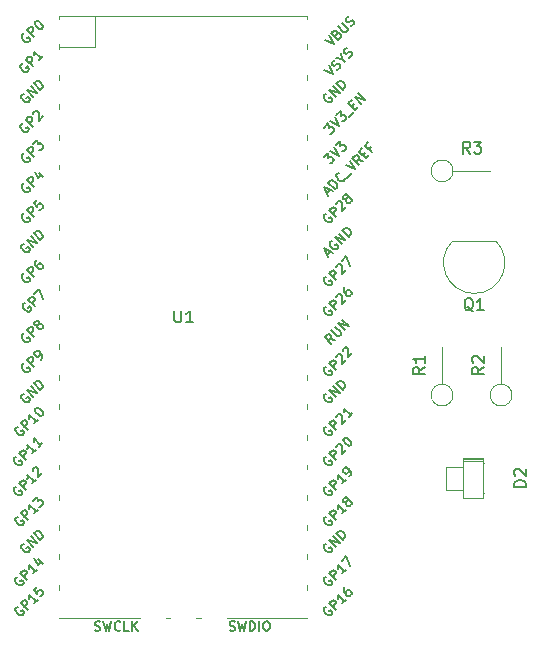
<source format=gbr>
%TF.GenerationSoftware,KiCad,Pcbnew,8.0.0*%
%TF.CreationDate,2024-03-28T11:43:17-03:00*%
%TF.ProjectId,ponderada_sem6_kicad,706f6e64-6572-4616-9461-5f73656d365f,rev?*%
%TF.SameCoordinates,Original*%
%TF.FileFunction,Legend,Top*%
%TF.FilePolarity,Positive*%
%FSLAX46Y46*%
G04 Gerber Fmt 4.6, Leading zero omitted, Abs format (unit mm)*
G04 Created by KiCad (PCBNEW 8.0.0) date 2024-03-28 11:43:17*
%MOMM*%
%LPD*%
G01*
G04 APERTURE LIST*
%ADD10C,0.150000*%
%ADD11C,0.120000*%
G04 APERTURE END LIST*
D10*
X115348095Y-107824819D02*
X115348095Y-108634342D01*
X115348095Y-108634342D02*
X115395714Y-108729580D01*
X115395714Y-108729580D02*
X115443333Y-108777200D01*
X115443333Y-108777200D02*
X115538571Y-108824819D01*
X115538571Y-108824819D02*
X115729047Y-108824819D01*
X115729047Y-108824819D02*
X115824285Y-108777200D01*
X115824285Y-108777200D02*
X115871904Y-108729580D01*
X115871904Y-108729580D02*
X115919523Y-108634342D01*
X115919523Y-108634342D02*
X115919523Y-107824819D01*
X116919523Y-108824819D02*
X116348095Y-108824819D01*
X116633809Y-108824819D02*
X116633809Y-107824819D01*
X116633809Y-107824819D02*
X116538571Y-107967676D01*
X116538571Y-107967676D02*
X116443333Y-108062914D01*
X116443333Y-108062914D02*
X116348095Y-108110533D01*
X101953998Y-120190868D02*
X101873185Y-120217805D01*
X101873185Y-120217805D02*
X101792373Y-120298618D01*
X101792373Y-120298618D02*
X101738498Y-120406367D01*
X101738498Y-120406367D02*
X101738498Y-120514117D01*
X101738498Y-120514117D02*
X101765436Y-120594929D01*
X101765436Y-120594929D02*
X101846248Y-120729616D01*
X101846248Y-120729616D02*
X101927060Y-120810428D01*
X101927060Y-120810428D02*
X102061747Y-120891241D01*
X102061747Y-120891241D02*
X102142560Y-120918178D01*
X102142560Y-120918178D02*
X102250309Y-120918178D01*
X102250309Y-120918178D02*
X102358059Y-120864303D01*
X102358059Y-120864303D02*
X102411934Y-120810428D01*
X102411934Y-120810428D02*
X102465808Y-120702679D01*
X102465808Y-120702679D02*
X102465808Y-120648804D01*
X102465808Y-120648804D02*
X102277247Y-120460242D01*
X102277247Y-120460242D02*
X102169497Y-120567992D01*
X102762120Y-120460242D02*
X102196434Y-119894557D01*
X102196434Y-119894557D02*
X102411934Y-119679057D01*
X102411934Y-119679057D02*
X102492746Y-119652120D01*
X102492746Y-119652120D02*
X102546621Y-119652120D01*
X102546621Y-119652120D02*
X102627433Y-119679057D01*
X102627433Y-119679057D02*
X102708245Y-119759870D01*
X102708245Y-119759870D02*
X102735182Y-119840682D01*
X102735182Y-119840682D02*
X102735182Y-119894557D01*
X102735182Y-119894557D02*
X102708245Y-119975369D01*
X102708245Y-119975369D02*
X102492746Y-120190868D01*
X103624117Y-119598245D02*
X103300868Y-119921494D01*
X103462492Y-119759870D02*
X102896807Y-119194184D01*
X102896807Y-119194184D02*
X102923744Y-119328871D01*
X102923744Y-119328871D02*
X102923744Y-119436621D01*
X102923744Y-119436621D02*
X102896807Y-119517433D01*
X104162865Y-119059497D02*
X103839616Y-119382746D01*
X104001240Y-119221121D02*
X103435555Y-118655436D01*
X103435555Y-118655436D02*
X103462492Y-118790123D01*
X103462492Y-118790123D02*
X103462492Y-118897873D01*
X103462492Y-118897873D02*
X103435555Y-118978685D01*
X128261873Y-103111240D02*
X128531247Y-102841866D01*
X128369623Y-103326739D02*
X127992499Y-102572492D01*
X127992499Y-102572492D02*
X128746746Y-102949615D01*
X128692871Y-101925994D02*
X128612059Y-101952932D01*
X128612059Y-101952932D02*
X128531247Y-102033744D01*
X128531247Y-102033744D02*
X128477372Y-102141494D01*
X128477372Y-102141494D02*
X128477372Y-102249243D01*
X128477372Y-102249243D02*
X128504310Y-102330055D01*
X128504310Y-102330055D02*
X128585122Y-102464742D01*
X128585122Y-102464742D02*
X128665934Y-102545555D01*
X128665934Y-102545555D02*
X128800621Y-102626367D01*
X128800621Y-102626367D02*
X128881433Y-102653304D01*
X128881433Y-102653304D02*
X128989183Y-102653304D01*
X128989183Y-102653304D02*
X129096932Y-102599429D01*
X129096932Y-102599429D02*
X129150807Y-102545555D01*
X129150807Y-102545555D02*
X129204682Y-102437805D01*
X129204682Y-102437805D02*
X129204682Y-102383930D01*
X129204682Y-102383930D02*
X129016120Y-102195368D01*
X129016120Y-102195368D02*
X128908371Y-102303118D01*
X129500993Y-102195368D02*
X128935308Y-101629683D01*
X128935308Y-101629683D02*
X129824242Y-101872120D01*
X129824242Y-101872120D02*
X129258557Y-101306434D01*
X130093616Y-101602746D02*
X129527931Y-101037060D01*
X129527931Y-101037060D02*
X129662618Y-100902373D01*
X129662618Y-100902373D02*
X129770367Y-100848498D01*
X129770367Y-100848498D02*
X129878117Y-100848498D01*
X129878117Y-100848498D02*
X129958929Y-100875436D01*
X129958929Y-100875436D02*
X130093616Y-100956248D01*
X130093616Y-100956248D02*
X130174428Y-101037060D01*
X130174428Y-101037060D02*
X130255241Y-101171747D01*
X130255241Y-101171747D02*
X130282178Y-101252560D01*
X130282178Y-101252560D02*
X130282178Y-101360309D01*
X130282178Y-101360309D02*
X130228303Y-101468059D01*
X130228303Y-101468059D02*
X130093616Y-101602746D01*
X128196435Y-127568431D02*
X128115623Y-127595368D01*
X128115623Y-127595368D02*
X128034811Y-127676180D01*
X128034811Y-127676180D02*
X127980936Y-127783930D01*
X127980936Y-127783930D02*
X127980936Y-127891680D01*
X127980936Y-127891680D02*
X128007873Y-127972492D01*
X128007873Y-127972492D02*
X128088685Y-128107179D01*
X128088685Y-128107179D02*
X128169498Y-128187991D01*
X128169498Y-128187991D02*
X128304185Y-128268803D01*
X128304185Y-128268803D02*
X128384997Y-128295741D01*
X128384997Y-128295741D02*
X128492746Y-128295741D01*
X128492746Y-128295741D02*
X128600496Y-128241866D01*
X128600496Y-128241866D02*
X128654371Y-128187991D01*
X128654371Y-128187991D02*
X128708246Y-128080241D01*
X128708246Y-128080241D02*
X128708246Y-128026367D01*
X128708246Y-128026367D02*
X128519684Y-127837805D01*
X128519684Y-127837805D02*
X128411934Y-127945554D01*
X129004557Y-127837805D02*
X128438872Y-127272119D01*
X128438872Y-127272119D02*
X129327806Y-127514556D01*
X129327806Y-127514556D02*
X128762120Y-126948871D01*
X129597180Y-127245182D02*
X129031494Y-126679497D01*
X129031494Y-126679497D02*
X129166181Y-126544810D01*
X129166181Y-126544810D02*
X129273931Y-126490935D01*
X129273931Y-126490935D02*
X129381680Y-126490935D01*
X129381680Y-126490935D02*
X129462493Y-126517872D01*
X129462493Y-126517872D02*
X129597180Y-126598685D01*
X129597180Y-126598685D02*
X129677992Y-126679497D01*
X129677992Y-126679497D02*
X129758804Y-126814184D01*
X129758804Y-126814184D02*
X129785741Y-126894996D01*
X129785741Y-126894996D02*
X129785741Y-127002746D01*
X129785741Y-127002746D02*
X129731867Y-127110495D01*
X129731867Y-127110495D02*
X129597180Y-127245182D01*
X128063406Y-84897585D02*
X128817653Y-85274709D01*
X128817653Y-85274709D02*
X128440529Y-84520462D01*
X129087027Y-84412712D02*
X129194776Y-84358838D01*
X129194776Y-84358838D02*
X129248651Y-84358838D01*
X129248651Y-84358838D02*
X129329463Y-84385775D01*
X129329463Y-84385775D02*
X129410276Y-84466587D01*
X129410276Y-84466587D02*
X129437213Y-84547399D01*
X129437213Y-84547399D02*
X129437213Y-84601274D01*
X129437213Y-84601274D02*
X129410276Y-84682086D01*
X129410276Y-84682086D02*
X129194776Y-84897586D01*
X129194776Y-84897586D02*
X128629091Y-84331900D01*
X128629091Y-84331900D02*
X128817653Y-84143338D01*
X128817653Y-84143338D02*
X128898465Y-84116401D01*
X128898465Y-84116401D02*
X128952340Y-84116401D01*
X128952340Y-84116401D02*
X129033152Y-84143338D01*
X129033152Y-84143338D02*
X129087027Y-84197213D01*
X129087027Y-84197213D02*
X129113964Y-84278025D01*
X129113964Y-84278025D02*
X129113964Y-84331900D01*
X129113964Y-84331900D02*
X129087027Y-84412712D01*
X129087027Y-84412712D02*
X128898465Y-84601274D01*
X129194776Y-83766215D02*
X129652712Y-84224151D01*
X129652712Y-84224151D02*
X129733524Y-84251088D01*
X129733524Y-84251088D02*
X129787399Y-84251088D01*
X129787399Y-84251088D02*
X129868211Y-84224151D01*
X129868211Y-84224151D02*
X129975961Y-84116401D01*
X129975961Y-84116401D02*
X130002898Y-84035589D01*
X130002898Y-84035589D02*
X130002898Y-83981714D01*
X130002898Y-83981714D02*
X129975961Y-83900902D01*
X129975961Y-83900902D02*
X129518025Y-83442966D01*
X130299210Y-83739277D02*
X130406959Y-83685403D01*
X130406959Y-83685403D02*
X130541646Y-83550716D01*
X130541646Y-83550716D02*
X130568584Y-83469903D01*
X130568584Y-83469903D02*
X130568584Y-83416029D01*
X130568584Y-83416029D02*
X130541646Y-83335216D01*
X130541646Y-83335216D02*
X130487771Y-83281342D01*
X130487771Y-83281342D02*
X130406959Y-83254404D01*
X130406959Y-83254404D02*
X130353084Y-83254404D01*
X130353084Y-83254404D02*
X130272272Y-83281342D01*
X130272272Y-83281342D02*
X130137585Y-83362154D01*
X130137585Y-83362154D02*
X130056773Y-83389091D01*
X130056773Y-83389091D02*
X130002898Y-83389091D01*
X130002898Y-83389091D02*
X129922086Y-83362154D01*
X129922086Y-83362154D02*
X129868211Y-83308279D01*
X129868211Y-83308279D02*
X129841274Y-83227467D01*
X129841274Y-83227467D02*
X129841274Y-83173592D01*
X129841274Y-83173592D02*
X129868211Y-83092780D01*
X129868211Y-83092780D02*
X130002898Y-82958093D01*
X130002898Y-82958093D02*
X130110648Y-82904218D01*
X128196435Y-89468431D02*
X128115623Y-89495368D01*
X128115623Y-89495368D02*
X128034811Y-89576180D01*
X128034811Y-89576180D02*
X127980936Y-89683930D01*
X127980936Y-89683930D02*
X127980936Y-89791680D01*
X127980936Y-89791680D02*
X128007873Y-89872492D01*
X128007873Y-89872492D02*
X128088685Y-90007179D01*
X128088685Y-90007179D02*
X128169498Y-90087991D01*
X128169498Y-90087991D02*
X128304185Y-90168803D01*
X128304185Y-90168803D02*
X128384997Y-90195741D01*
X128384997Y-90195741D02*
X128492746Y-90195741D01*
X128492746Y-90195741D02*
X128600496Y-90141866D01*
X128600496Y-90141866D02*
X128654371Y-90087991D01*
X128654371Y-90087991D02*
X128708246Y-89980241D01*
X128708246Y-89980241D02*
X128708246Y-89926367D01*
X128708246Y-89926367D02*
X128519684Y-89737805D01*
X128519684Y-89737805D02*
X128411934Y-89845554D01*
X129004557Y-89737805D02*
X128438872Y-89172119D01*
X128438872Y-89172119D02*
X129327806Y-89414556D01*
X129327806Y-89414556D02*
X128762120Y-88848871D01*
X129597180Y-89145182D02*
X129031494Y-88579497D01*
X129031494Y-88579497D02*
X129166181Y-88444810D01*
X129166181Y-88444810D02*
X129273931Y-88390935D01*
X129273931Y-88390935D02*
X129381680Y-88390935D01*
X129381680Y-88390935D02*
X129462493Y-88417872D01*
X129462493Y-88417872D02*
X129597180Y-88498685D01*
X129597180Y-88498685D02*
X129677992Y-88579497D01*
X129677992Y-88579497D02*
X129758804Y-88714184D01*
X129758804Y-88714184D02*
X129785741Y-88794996D01*
X129785741Y-88794996D02*
X129785741Y-88902746D01*
X129785741Y-88902746D02*
X129731867Y-89010495D01*
X129731867Y-89010495D02*
X129597180Y-89145182D01*
X102099998Y-125270868D02*
X102019185Y-125297805D01*
X102019185Y-125297805D02*
X101938373Y-125378618D01*
X101938373Y-125378618D02*
X101884498Y-125486367D01*
X101884498Y-125486367D02*
X101884498Y-125594117D01*
X101884498Y-125594117D02*
X101911436Y-125674929D01*
X101911436Y-125674929D02*
X101992248Y-125809616D01*
X101992248Y-125809616D02*
X102073060Y-125890428D01*
X102073060Y-125890428D02*
X102207747Y-125971241D01*
X102207747Y-125971241D02*
X102288560Y-125998178D01*
X102288560Y-125998178D02*
X102396309Y-125998178D01*
X102396309Y-125998178D02*
X102504059Y-125944303D01*
X102504059Y-125944303D02*
X102557934Y-125890428D01*
X102557934Y-125890428D02*
X102611808Y-125782679D01*
X102611808Y-125782679D02*
X102611808Y-125728804D01*
X102611808Y-125728804D02*
X102423247Y-125540242D01*
X102423247Y-125540242D02*
X102315497Y-125647992D01*
X102908120Y-125540242D02*
X102342434Y-124974557D01*
X102342434Y-124974557D02*
X102557934Y-124759057D01*
X102557934Y-124759057D02*
X102638746Y-124732120D01*
X102638746Y-124732120D02*
X102692621Y-124732120D01*
X102692621Y-124732120D02*
X102773433Y-124759057D01*
X102773433Y-124759057D02*
X102854245Y-124839870D01*
X102854245Y-124839870D02*
X102881182Y-124920682D01*
X102881182Y-124920682D02*
X102881182Y-124974557D01*
X102881182Y-124974557D02*
X102854245Y-125055369D01*
X102854245Y-125055369D02*
X102638746Y-125270868D01*
X103770117Y-124678245D02*
X103446868Y-125001494D01*
X103608492Y-124839870D02*
X103042807Y-124274184D01*
X103042807Y-124274184D02*
X103069744Y-124408871D01*
X103069744Y-124408871D02*
X103069744Y-124516621D01*
X103069744Y-124516621D02*
X103042807Y-124597433D01*
X103392993Y-123923998D02*
X103743179Y-123573812D01*
X103743179Y-123573812D02*
X103770117Y-123977873D01*
X103770117Y-123977873D02*
X103850929Y-123897060D01*
X103850929Y-123897060D02*
X103931741Y-123870123D01*
X103931741Y-123870123D02*
X103985616Y-123870123D01*
X103985616Y-123870123D02*
X104066428Y-123897060D01*
X104066428Y-123897060D02*
X104201115Y-124031747D01*
X104201115Y-124031747D02*
X104228053Y-124112560D01*
X104228053Y-124112560D02*
X104228053Y-124166434D01*
X104228053Y-124166434D02*
X104201115Y-124247247D01*
X104201115Y-124247247D02*
X104039491Y-124408871D01*
X104039491Y-124408871D02*
X103958679Y-124435808D01*
X103958679Y-124435808D02*
X103904804Y-124435808D01*
X128265064Y-97904049D02*
X128534438Y-97634675D01*
X128372813Y-98119549D02*
X127995690Y-97365301D01*
X127995690Y-97365301D02*
X128749937Y-97742425D01*
X128938499Y-97553863D02*
X128372813Y-96988178D01*
X128372813Y-96988178D02*
X128507500Y-96853491D01*
X128507500Y-96853491D02*
X128615250Y-96799616D01*
X128615250Y-96799616D02*
X128722999Y-96799616D01*
X128722999Y-96799616D02*
X128803812Y-96826553D01*
X128803812Y-96826553D02*
X128938499Y-96907366D01*
X128938499Y-96907366D02*
X129019311Y-96988178D01*
X129019311Y-96988178D02*
X129100123Y-97122865D01*
X129100123Y-97122865D02*
X129127060Y-97203677D01*
X129127060Y-97203677D02*
X129127060Y-97311427D01*
X129127060Y-97311427D02*
X129073186Y-97419176D01*
X129073186Y-97419176D02*
X128938499Y-97553863D01*
X129773558Y-96611054D02*
X129773558Y-96664929D01*
X129773558Y-96664929D02*
X129719683Y-96772679D01*
X129719683Y-96772679D02*
X129665808Y-96826553D01*
X129665808Y-96826553D02*
X129558059Y-96880428D01*
X129558059Y-96880428D02*
X129450309Y-96880428D01*
X129450309Y-96880428D02*
X129369497Y-96853491D01*
X129369497Y-96853491D02*
X129234810Y-96772679D01*
X129234810Y-96772679D02*
X129153998Y-96691866D01*
X129153998Y-96691866D02*
X129073186Y-96557179D01*
X129073186Y-96557179D02*
X129046248Y-96476367D01*
X129046248Y-96476367D02*
X129046248Y-96368618D01*
X129046248Y-96368618D02*
X129100123Y-96260868D01*
X129100123Y-96260868D02*
X129153998Y-96206993D01*
X129153998Y-96206993D02*
X129261747Y-96153118D01*
X129261747Y-96153118D02*
X129315622Y-96153118D01*
X129989057Y-96611054D02*
X130420056Y-96180056D01*
X129854370Y-95506621D02*
X130608618Y-95883744D01*
X130608618Y-95883744D02*
X130231494Y-95129497D01*
X131308990Y-95183372D02*
X130851054Y-95102560D01*
X130985741Y-95506621D02*
X130420056Y-94940935D01*
X130420056Y-94940935D02*
X130635555Y-94725436D01*
X130635555Y-94725436D02*
X130716367Y-94698499D01*
X130716367Y-94698499D02*
X130770242Y-94698499D01*
X130770242Y-94698499D02*
X130851054Y-94725436D01*
X130851054Y-94725436D02*
X130931866Y-94806248D01*
X130931866Y-94806248D02*
X130958804Y-94887061D01*
X130958804Y-94887061D02*
X130958804Y-94940935D01*
X130958804Y-94940935D02*
X130931866Y-95021748D01*
X130931866Y-95021748D02*
X130716367Y-95237247D01*
X131255115Y-94644624D02*
X131443677Y-94456062D01*
X131820800Y-94671561D02*
X131551426Y-94940935D01*
X131551426Y-94940935D02*
X130985741Y-94375250D01*
X130985741Y-94375250D02*
X131255115Y-94105876D01*
X131955488Y-93944251D02*
X131766926Y-94132813D01*
X132063237Y-94429125D02*
X131497552Y-93863439D01*
X131497552Y-93863439D02*
X131766926Y-93594065D01*
X102623372Y-97061494D02*
X102542560Y-97088431D01*
X102542560Y-97088431D02*
X102461748Y-97169243D01*
X102461748Y-97169243D02*
X102407873Y-97276993D01*
X102407873Y-97276993D02*
X102407873Y-97384742D01*
X102407873Y-97384742D02*
X102434810Y-97465555D01*
X102434810Y-97465555D02*
X102515623Y-97600242D01*
X102515623Y-97600242D02*
X102596435Y-97681054D01*
X102596435Y-97681054D02*
X102731122Y-97761866D01*
X102731122Y-97761866D02*
X102811934Y-97788803D01*
X102811934Y-97788803D02*
X102919684Y-97788803D01*
X102919684Y-97788803D02*
X103027433Y-97734929D01*
X103027433Y-97734929D02*
X103081308Y-97681054D01*
X103081308Y-97681054D02*
X103135183Y-97573304D01*
X103135183Y-97573304D02*
X103135183Y-97519429D01*
X103135183Y-97519429D02*
X102946621Y-97330868D01*
X102946621Y-97330868D02*
X102838871Y-97438617D01*
X103431494Y-97330868D02*
X102865809Y-96765182D01*
X102865809Y-96765182D02*
X103081308Y-96549683D01*
X103081308Y-96549683D02*
X103162120Y-96522746D01*
X103162120Y-96522746D02*
X103215995Y-96522746D01*
X103215995Y-96522746D02*
X103296807Y-96549683D01*
X103296807Y-96549683D02*
X103377619Y-96630495D01*
X103377619Y-96630495D02*
X103404557Y-96711307D01*
X103404557Y-96711307D02*
X103404557Y-96765182D01*
X103404557Y-96765182D02*
X103377619Y-96845994D01*
X103377619Y-96845994D02*
X103162120Y-97061494D01*
X103862493Y-96145622D02*
X104239616Y-96522746D01*
X103512306Y-96064810D02*
X103781680Y-96603558D01*
X103781680Y-96603558D02*
X104131867Y-96253372D01*
X102723372Y-107191494D02*
X102642560Y-107218431D01*
X102642560Y-107218431D02*
X102561748Y-107299243D01*
X102561748Y-107299243D02*
X102507873Y-107406993D01*
X102507873Y-107406993D02*
X102507873Y-107514742D01*
X102507873Y-107514742D02*
X102534810Y-107595555D01*
X102534810Y-107595555D02*
X102615623Y-107730242D01*
X102615623Y-107730242D02*
X102696435Y-107811054D01*
X102696435Y-107811054D02*
X102831122Y-107891866D01*
X102831122Y-107891866D02*
X102911934Y-107918803D01*
X102911934Y-107918803D02*
X103019684Y-107918803D01*
X103019684Y-107918803D02*
X103127433Y-107864929D01*
X103127433Y-107864929D02*
X103181308Y-107811054D01*
X103181308Y-107811054D02*
X103235183Y-107703304D01*
X103235183Y-107703304D02*
X103235183Y-107649429D01*
X103235183Y-107649429D02*
X103046621Y-107460868D01*
X103046621Y-107460868D02*
X102938871Y-107568617D01*
X103531494Y-107460868D02*
X102965809Y-106895182D01*
X102965809Y-106895182D02*
X103181308Y-106679683D01*
X103181308Y-106679683D02*
X103262120Y-106652746D01*
X103262120Y-106652746D02*
X103315995Y-106652746D01*
X103315995Y-106652746D02*
X103396807Y-106679683D01*
X103396807Y-106679683D02*
X103477619Y-106760495D01*
X103477619Y-106760495D02*
X103504557Y-106841307D01*
X103504557Y-106841307D02*
X103504557Y-106895182D01*
X103504557Y-106895182D02*
X103477619Y-106975994D01*
X103477619Y-106975994D02*
X103262120Y-107191494D01*
X103477619Y-106383372D02*
X103854743Y-106006248D01*
X103854743Y-106006248D02*
X104177992Y-106814370D01*
X102099998Y-132890868D02*
X102019185Y-132917805D01*
X102019185Y-132917805D02*
X101938373Y-132998618D01*
X101938373Y-132998618D02*
X101884498Y-133106367D01*
X101884498Y-133106367D02*
X101884498Y-133214117D01*
X101884498Y-133214117D02*
X101911436Y-133294929D01*
X101911436Y-133294929D02*
X101992248Y-133429616D01*
X101992248Y-133429616D02*
X102073060Y-133510428D01*
X102073060Y-133510428D02*
X102207747Y-133591241D01*
X102207747Y-133591241D02*
X102288560Y-133618178D01*
X102288560Y-133618178D02*
X102396309Y-133618178D01*
X102396309Y-133618178D02*
X102504059Y-133564303D01*
X102504059Y-133564303D02*
X102557934Y-133510428D01*
X102557934Y-133510428D02*
X102611808Y-133402679D01*
X102611808Y-133402679D02*
X102611808Y-133348804D01*
X102611808Y-133348804D02*
X102423247Y-133160242D01*
X102423247Y-133160242D02*
X102315497Y-133267992D01*
X102908120Y-133160242D02*
X102342434Y-132594557D01*
X102342434Y-132594557D02*
X102557934Y-132379057D01*
X102557934Y-132379057D02*
X102638746Y-132352120D01*
X102638746Y-132352120D02*
X102692621Y-132352120D01*
X102692621Y-132352120D02*
X102773433Y-132379057D01*
X102773433Y-132379057D02*
X102854245Y-132459870D01*
X102854245Y-132459870D02*
X102881182Y-132540682D01*
X102881182Y-132540682D02*
X102881182Y-132594557D01*
X102881182Y-132594557D02*
X102854245Y-132675369D01*
X102854245Y-132675369D02*
X102638746Y-132890868D01*
X103770117Y-132298245D02*
X103446868Y-132621494D01*
X103608492Y-132459870D02*
X103042807Y-131894184D01*
X103042807Y-131894184D02*
X103069744Y-132028871D01*
X103069744Y-132028871D02*
X103069744Y-132136621D01*
X103069744Y-132136621D02*
X103042807Y-132217433D01*
X103716242Y-131220749D02*
X103446868Y-131490123D01*
X103446868Y-131490123D02*
X103689305Y-131786434D01*
X103689305Y-131786434D02*
X103689305Y-131732560D01*
X103689305Y-131732560D02*
X103716242Y-131651747D01*
X103716242Y-131651747D02*
X103850929Y-131517060D01*
X103850929Y-131517060D02*
X103931741Y-131490123D01*
X103931741Y-131490123D02*
X103985616Y-131490123D01*
X103985616Y-131490123D02*
X104066428Y-131517060D01*
X104066428Y-131517060D02*
X104201115Y-131651747D01*
X104201115Y-131651747D02*
X104228053Y-131732560D01*
X104228053Y-131732560D02*
X104228053Y-131786434D01*
X104228053Y-131786434D02*
X104201115Y-131867247D01*
X104201115Y-131867247D02*
X104066428Y-132001934D01*
X104066428Y-132001934D02*
X103985616Y-132028871D01*
X103985616Y-132028871D02*
X103931741Y-132028871D01*
X128207998Y-130350868D02*
X128127185Y-130377805D01*
X128127185Y-130377805D02*
X128046373Y-130458618D01*
X128046373Y-130458618D02*
X127992498Y-130566367D01*
X127992498Y-130566367D02*
X127992498Y-130674117D01*
X127992498Y-130674117D02*
X128019436Y-130754929D01*
X128019436Y-130754929D02*
X128100248Y-130889616D01*
X128100248Y-130889616D02*
X128181060Y-130970428D01*
X128181060Y-130970428D02*
X128315747Y-131051241D01*
X128315747Y-131051241D02*
X128396560Y-131078178D01*
X128396560Y-131078178D02*
X128504309Y-131078178D01*
X128504309Y-131078178D02*
X128612059Y-131024303D01*
X128612059Y-131024303D02*
X128665934Y-130970428D01*
X128665934Y-130970428D02*
X128719808Y-130862679D01*
X128719808Y-130862679D02*
X128719808Y-130808804D01*
X128719808Y-130808804D02*
X128531247Y-130620242D01*
X128531247Y-130620242D02*
X128423497Y-130727992D01*
X129016120Y-130620242D02*
X128450434Y-130054557D01*
X128450434Y-130054557D02*
X128665934Y-129839057D01*
X128665934Y-129839057D02*
X128746746Y-129812120D01*
X128746746Y-129812120D02*
X128800621Y-129812120D01*
X128800621Y-129812120D02*
X128881433Y-129839057D01*
X128881433Y-129839057D02*
X128962245Y-129919870D01*
X128962245Y-129919870D02*
X128989182Y-130000682D01*
X128989182Y-130000682D02*
X128989182Y-130054557D01*
X128989182Y-130054557D02*
X128962245Y-130135369D01*
X128962245Y-130135369D02*
X128746746Y-130350868D01*
X129878117Y-129758245D02*
X129554868Y-130081494D01*
X129716492Y-129919870D02*
X129150807Y-129354184D01*
X129150807Y-129354184D02*
X129177744Y-129488871D01*
X129177744Y-129488871D02*
X129177744Y-129596621D01*
X129177744Y-129596621D02*
X129150807Y-129677433D01*
X129500993Y-129003998D02*
X129878117Y-128626874D01*
X129878117Y-128626874D02*
X130201366Y-129434996D01*
X128207998Y-107490868D02*
X128127185Y-107517805D01*
X128127185Y-107517805D02*
X128046373Y-107598618D01*
X128046373Y-107598618D02*
X127992498Y-107706367D01*
X127992498Y-107706367D02*
X127992498Y-107814117D01*
X127992498Y-107814117D02*
X128019436Y-107894929D01*
X128019436Y-107894929D02*
X128100248Y-108029616D01*
X128100248Y-108029616D02*
X128181060Y-108110428D01*
X128181060Y-108110428D02*
X128315747Y-108191241D01*
X128315747Y-108191241D02*
X128396560Y-108218178D01*
X128396560Y-108218178D02*
X128504309Y-108218178D01*
X128504309Y-108218178D02*
X128612059Y-108164303D01*
X128612059Y-108164303D02*
X128665934Y-108110428D01*
X128665934Y-108110428D02*
X128719808Y-108002679D01*
X128719808Y-108002679D02*
X128719808Y-107948804D01*
X128719808Y-107948804D02*
X128531247Y-107760242D01*
X128531247Y-107760242D02*
X128423497Y-107867992D01*
X129016120Y-107760242D02*
X128450434Y-107194557D01*
X128450434Y-107194557D02*
X128665934Y-106979057D01*
X128665934Y-106979057D02*
X128746746Y-106952120D01*
X128746746Y-106952120D02*
X128800621Y-106952120D01*
X128800621Y-106952120D02*
X128881433Y-106979057D01*
X128881433Y-106979057D02*
X128962245Y-107059870D01*
X128962245Y-107059870D02*
X128989182Y-107140682D01*
X128989182Y-107140682D02*
X128989182Y-107194557D01*
X128989182Y-107194557D02*
X128962245Y-107275369D01*
X128962245Y-107275369D02*
X128746746Y-107490868D01*
X129043057Y-106709683D02*
X129043057Y-106655809D01*
X129043057Y-106655809D02*
X129069995Y-106574996D01*
X129069995Y-106574996D02*
X129204682Y-106440309D01*
X129204682Y-106440309D02*
X129285494Y-106413372D01*
X129285494Y-106413372D02*
X129339369Y-106413372D01*
X129339369Y-106413372D02*
X129420181Y-106440309D01*
X129420181Y-106440309D02*
X129474056Y-106494184D01*
X129474056Y-106494184D02*
X129527930Y-106601934D01*
X129527930Y-106601934D02*
X129527930Y-107248431D01*
X129527930Y-107248431D02*
X129878117Y-106898245D01*
X129797305Y-105847686D02*
X129689555Y-105955436D01*
X129689555Y-105955436D02*
X129662618Y-106036248D01*
X129662618Y-106036248D02*
X129662618Y-106090123D01*
X129662618Y-106090123D02*
X129689555Y-106224810D01*
X129689555Y-106224810D02*
X129770367Y-106359497D01*
X129770367Y-106359497D02*
X129985866Y-106574996D01*
X129985866Y-106574996D02*
X130066679Y-106601934D01*
X130066679Y-106601934D02*
X130120553Y-106601934D01*
X130120553Y-106601934D02*
X130201366Y-106574996D01*
X130201366Y-106574996D02*
X130309115Y-106467247D01*
X130309115Y-106467247D02*
X130336053Y-106386434D01*
X130336053Y-106386434D02*
X130336053Y-106332560D01*
X130336053Y-106332560D02*
X130309115Y-106251747D01*
X130309115Y-106251747D02*
X130174428Y-106117060D01*
X130174428Y-106117060D02*
X130093616Y-106090123D01*
X130093616Y-106090123D02*
X130039741Y-106090123D01*
X130039741Y-106090123D02*
X129958929Y-106117060D01*
X129958929Y-106117060D02*
X129851179Y-106224810D01*
X129851179Y-106224810D02*
X129824242Y-106305622D01*
X129824242Y-106305622D02*
X129824242Y-106359497D01*
X129824242Y-106359497D02*
X129851179Y-106440309D01*
X108600475Y-134894200D02*
X108714761Y-134932295D01*
X108714761Y-134932295D02*
X108905237Y-134932295D01*
X108905237Y-134932295D02*
X108981428Y-134894200D01*
X108981428Y-134894200D02*
X109019523Y-134856104D01*
X109019523Y-134856104D02*
X109057618Y-134779914D01*
X109057618Y-134779914D02*
X109057618Y-134703723D01*
X109057618Y-134703723D02*
X109019523Y-134627533D01*
X109019523Y-134627533D02*
X108981428Y-134589438D01*
X108981428Y-134589438D02*
X108905237Y-134551342D01*
X108905237Y-134551342D02*
X108752856Y-134513247D01*
X108752856Y-134513247D02*
X108676666Y-134475152D01*
X108676666Y-134475152D02*
X108638571Y-134437057D01*
X108638571Y-134437057D02*
X108600475Y-134360866D01*
X108600475Y-134360866D02*
X108600475Y-134284676D01*
X108600475Y-134284676D02*
X108638571Y-134208485D01*
X108638571Y-134208485D02*
X108676666Y-134170390D01*
X108676666Y-134170390D02*
X108752856Y-134132295D01*
X108752856Y-134132295D02*
X108943333Y-134132295D01*
X108943333Y-134132295D02*
X109057618Y-134170390D01*
X109324285Y-134132295D02*
X109514761Y-134932295D01*
X109514761Y-134932295D02*
X109667142Y-134360866D01*
X109667142Y-134360866D02*
X109819523Y-134932295D01*
X109819523Y-134932295D02*
X110010000Y-134132295D01*
X110771905Y-134856104D02*
X110733809Y-134894200D01*
X110733809Y-134894200D02*
X110619524Y-134932295D01*
X110619524Y-134932295D02*
X110543333Y-134932295D01*
X110543333Y-134932295D02*
X110429047Y-134894200D01*
X110429047Y-134894200D02*
X110352857Y-134818009D01*
X110352857Y-134818009D02*
X110314762Y-134741819D01*
X110314762Y-134741819D02*
X110276666Y-134589438D01*
X110276666Y-134589438D02*
X110276666Y-134475152D01*
X110276666Y-134475152D02*
X110314762Y-134322771D01*
X110314762Y-134322771D02*
X110352857Y-134246580D01*
X110352857Y-134246580D02*
X110429047Y-134170390D01*
X110429047Y-134170390D02*
X110543333Y-134132295D01*
X110543333Y-134132295D02*
X110619524Y-134132295D01*
X110619524Y-134132295D02*
X110733809Y-134170390D01*
X110733809Y-134170390D02*
X110771905Y-134208485D01*
X111495714Y-134932295D02*
X111114762Y-134932295D01*
X111114762Y-134932295D02*
X111114762Y-134132295D01*
X111762381Y-134932295D02*
X111762381Y-134132295D01*
X112219524Y-134932295D02*
X111876666Y-134475152D01*
X112219524Y-134132295D02*
X111762381Y-134589438D01*
X128032407Y-92328584D02*
X128382593Y-91978398D01*
X128382593Y-91978398D02*
X128409531Y-92382459D01*
X128409531Y-92382459D02*
X128490343Y-92301646D01*
X128490343Y-92301646D02*
X128571155Y-92274709D01*
X128571155Y-92274709D02*
X128625030Y-92274709D01*
X128625030Y-92274709D02*
X128705842Y-92301646D01*
X128705842Y-92301646D02*
X128840529Y-92436333D01*
X128840529Y-92436333D02*
X128867467Y-92517146D01*
X128867467Y-92517146D02*
X128867467Y-92571020D01*
X128867467Y-92571020D02*
X128840529Y-92651833D01*
X128840529Y-92651833D02*
X128678905Y-92813457D01*
X128678905Y-92813457D02*
X128598093Y-92840394D01*
X128598093Y-92840394D02*
X128544218Y-92840394D01*
X128544218Y-91816773D02*
X129298465Y-92193897D01*
X129298465Y-92193897D02*
X128921342Y-91439649D01*
X129056028Y-91304963D02*
X129406215Y-90954776D01*
X129406215Y-90954776D02*
X129433152Y-91358837D01*
X129433152Y-91358837D02*
X129513964Y-91278025D01*
X129513964Y-91278025D02*
X129594776Y-91251088D01*
X129594776Y-91251088D02*
X129648651Y-91251088D01*
X129648651Y-91251088D02*
X129729464Y-91278025D01*
X129729464Y-91278025D02*
X129864151Y-91412712D01*
X129864151Y-91412712D02*
X129891088Y-91493524D01*
X129891088Y-91493524D02*
X129891088Y-91547399D01*
X129891088Y-91547399D02*
X129864151Y-91628211D01*
X129864151Y-91628211D02*
X129702526Y-91789836D01*
X129702526Y-91789836D02*
X129621714Y-91816773D01*
X129621714Y-91816773D02*
X129567839Y-91816773D01*
X130133525Y-91466587D02*
X130564523Y-91035588D01*
X130349024Y-90550715D02*
X130537586Y-90362153D01*
X130914709Y-90577652D02*
X130645335Y-90847026D01*
X130645335Y-90847026D02*
X130079650Y-90281341D01*
X130079650Y-90281341D02*
X130349024Y-90011967D01*
X131157146Y-90335215D02*
X130591461Y-89769530D01*
X130591461Y-89769530D02*
X131480395Y-90011967D01*
X131480395Y-90011967D02*
X130914710Y-89446281D01*
X128000123Y-94860868D02*
X128350309Y-94510682D01*
X128350309Y-94510682D02*
X128377247Y-94914743D01*
X128377247Y-94914743D02*
X128458059Y-94833931D01*
X128458059Y-94833931D02*
X128538871Y-94806993D01*
X128538871Y-94806993D02*
X128592746Y-94806993D01*
X128592746Y-94806993D02*
X128673558Y-94833931D01*
X128673558Y-94833931D02*
X128808245Y-94968618D01*
X128808245Y-94968618D02*
X128835182Y-95049430D01*
X128835182Y-95049430D02*
X128835182Y-95103305D01*
X128835182Y-95103305D02*
X128808245Y-95184117D01*
X128808245Y-95184117D02*
X128646621Y-95345741D01*
X128646621Y-95345741D02*
X128565808Y-95372679D01*
X128565808Y-95372679D02*
X128511934Y-95372679D01*
X128511934Y-94349057D02*
X129266181Y-94726181D01*
X129266181Y-94726181D02*
X128889057Y-93971934D01*
X129023744Y-93837247D02*
X129373930Y-93487061D01*
X129373930Y-93487061D02*
X129400868Y-93891122D01*
X129400868Y-93891122D02*
X129481680Y-93810309D01*
X129481680Y-93810309D02*
X129562492Y-93783372D01*
X129562492Y-93783372D02*
X129616367Y-93783372D01*
X129616367Y-93783372D02*
X129697179Y-93810309D01*
X129697179Y-93810309D02*
X129831866Y-93944996D01*
X129831866Y-93944996D02*
X129858804Y-94025809D01*
X129858804Y-94025809D02*
X129858804Y-94079683D01*
X129858804Y-94079683D02*
X129831866Y-94160496D01*
X129831866Y-94160496D02*
X129670242Y-94322120D01*
X129670242Y-94322120D02*
X129589430Y-94349057D01*
X129589430Y-94349057D02*
X129535555Y-94349057D01*
X102623372Y-109761494D02*
X102542560Y-109788431D01*
X102542560Y-109788431D02*
X102461748Y-109869243D01*
X102461748Y-109869243D02*
X102407873Y-109976993D01*
X102407873Y-109976993D02*
X102407873Y-110084742D01*
X102407873Y-110084742D02*
X102434810Y-110165555D01*
X102434810Y-110165555D02*
X102515623Y-110300242D01*
X102515623Y-110300242D02*
X102596435Y-110381054D01*
X102596435Y-110381054D02*
X102731122Y-110461866D01*
X102731122Y-110461866D02*
X102811934Y-110488803D01*
X102811934Y-110488803D02*
X102919684Y-110488803D01*
X102919684Y-110488803D02*
X103027433Y-110434929D01*
X103027433Y-110434929D02*
X103081308Y-110381054D01*
X103081308Y-110381054D02*
X103135183Y-110273304D01*
X103135183Y-110273304D02*
X103135183Y-110219429D01*
X103135183Y-110219429D02*
X102946621Y-110030868D01*
X102946621Y-110030868D02*
X102838871Y-110138617D01*
X103431494Y-110030868D02*
X102865809Y-109465182D01*
X102865809Y-109465182D02*
X103081308Y-109249683D01*
X103081308Y-109249683D02*
X103162120Y-109222746D01*
X103162120Y-109222746D02*
X103215995Y-109222746D01*
X103215995Y-109222746D02*
X103296807Y-109249683D01*
X103296807Y-109249683D02*
X103377619Y-109330495D01*
X103377619Y-109330495D02*
X103404557Y-109411307D01*
X103404557Y-109411307D02*
X103404557Y-109465182D01*
X103404557Y-109465182D02*
X103377619Y-109545994D01*
X103377619Y-109545994D02*
X103162120Y-109761494D01*
X103754743Y-109061121D02*
X103673931Y-109088059D01*
X103673931Y-109088059D02*
X103620056Y-109088059D01*
X103620056Y-109088059D02*
X103539244Y-109061121D01*
X103539244Y-109061121D02*
X103512306Y-109034184D01*
X103512306Y-109034184D02*
X103485369Y-108953372D01*
X103485369Y-108953372D02*
X103485369Y-108899497D01*
X103485369Y-108899497D02*
X103512306Y-108818685D01*
X103512306Y-108818685D02*
X103620056Y-108710935D01*
X103620056Y-108710935D02*
X103700868Y-108683998D01*
X103700868Y-108683998D02*
X103754743Y-108683998D01*
X103754743Y-108683998D02*
X103835555Y-108710935D01*
X103835555Y-108710935D02*
X103862493Y-108737872D01*
X103862493Y-108737872D02*
X103889430Y-108818685D01*
X103889430Y-108818685D02*
X103889430Y-108872559D01*
X103889430Y-108872559D02*
X103862493Y-108953372D01*
X103862493Y-108953372D02*
X103754743Y-109061121D01*
X103754743Y-109061121D02*
X103727806Y-109141933D01*
X103727806Y-109141933D02*
X103727806Y-109195808D01*
X103727806Y-109195808D02*
X103754743Y-109276620D01*
X103754743Y-109276620D02*
X103862493Y-109384370D01*
X103862493Y-109384370D02*
X103943305Y-109411307D01*
X103943305Y-109411307D02*
X103997180Y-109411307D01*
X103997180Y-109411307D02*
X104077992Y-109384370D01*
X104077992Y-109384370D02*
X104185741Y-109276620D01*
X104185741Y-109276620D02*
X104212679Y-109195808D01*
X104212679Y-109195808D02*
X104212679Y-109141933D01*
X104212679Y-109141933D02*
X104185741Y-109061121D01*
X104185741Y-109061121D02*
X104077992Y-108953372D01*
X104077992Y-108953372D02*
X103997180Y-108926434D01*
X103997180Y-108926434D02*
X103943305Y-108926434D01*
X103943305Y-108926434D02*
X103862493Y-108953372D01*
X128207998Y-132890868D02*
X128127185Y-132917805D01*
X128127185Y-132917805D02*
X128046373Y-132998618D01*
X128046373Y-132998618D02*
X127992498Y-133106367D01*
X127992498Y-133106367D02*
X127992498Y-133214117D01*
X127992498Y-133214117D02*
X128019436Y-133294929D01*
X128019436Y-133294929D02*
X128100248Y-133429616D01*
X128100248Y-133429616D02*
X128181060Y-133510428D01*
X128181060Y-133510428D02*
X128315747Y-133591241D01*
X128315747Y-133591241D02*
X128396560Y-133618178D01*
X128396560Y-133618178D02*
X128504309Y-133618178D01*
X128504309Y-133618178D02*
X128612059Y-133564303D01*
X128612059Y-133564303D02*
X128665934Y-133510428D01*
X128665934Y-133510428D02*
X128719808Y-133402679D01*
X128719808Y-133402679D02*
X128719808Y-133348804D01*
X128719808Y-133348804D02*
X128531247Y-133160242D01*
X128531247Y-133160242D02*
X128423497Y-133267992D01*
X129016120Y-133160242D02*
X128450434Y-132594557D01*
X128450434Y-132594557D02*
X128665934Y-132379057D01*
X128665934Y-132379057D02*
X128746746Y-132352120D01*
X128746746Y-132352120D02*
X128800621Y-132352120D01*
X128800621Y-132352120D02*
X128881433Y-132379057D01*
X128881433Y-132379057D02*
X128962245Y-132459870D01*
X128962245Y-132459870D02*
X128989182Y-132540682D01*
X128989182Y-132540682D02*
X128989182Y-132594557D01*
X128989182Y-132594557D02*
X128962245Y-132675369D01*
X128962245Y-132675369D02*
X128746746Y-132890868D01*
X129878117Y-132298245D02*
X129554868Y-132621494D01*
X129716492Y-132459870D02*
X129150807Y-131894184D01*
X129150807Y-131894184D02*
X129177744Y-132028871D01*
X129177744Y-132028871D02*
X129177744Y-132136621D01*
X129177744Y-132136621D02*
X129150807Y-132217433D01*
X129797305Y-131247686D02*
X129689555Y-131355436D01*
X129689555Y-131355436D02*
X129662618Y-131436248D01*
X129662618Y-131436248D02*
X129662618Y-131490123D01*
X129662618Y-131490123D02*
X129689555Y-131624810D01*
X129689555Y-131624810D02*
X129770367Y-131759497D01*
X129770367Y-131759497D02*
X129985866Y-131974996D01*
X129985866Y-131974996D02*
X130066679Y-132001934D01*
X130066679Y-132001934D02*
X130120553Y-132001934D01*
X130120553Y-132001934D02*
X130201366Y-131974996D01*
X130201366Y-131974996D02*
X130309115Y-131867247D01*
X130309115Y-131867247D02*
X130336053Y-131786434D01*
X130336053Y-131786434D02*
X130336053Y-131732560D01*
X130336053Y-131732560D02*
X130309115Y-131651747D01*
X130309115Y-131651747D02*
X130174428Y-131517060D01*
X130174428Y-131517060D02*
X130093616Y-131490123D01*
X130093616Y-131490123D02*
X130039741Y-131490123D01*
X130039741Y-131490123D02*
X129958929Y-131517060D01*
X129958929Y-131517060D02*
X129851179Y-131624810D01*
X129851179Y-131624810D02*
X129824242Y-131705622D01*
X129824242Y-131705622D02*
X129824242Y-131759497D01*
X129824242Y-131759497D02*
X129851179Y-131840309D01*
X128196435Y-114868431D02*
X128115623Y-114895368D01*
X128115623Y-114895368D02*
X128034811Y-114976180D01*
X128034811Y-114976180D02*
X127980936Y-115083930D01*
X127980936Y-115083930D02*
X127980936Y-115191680D01*
X127980936Y-115191680D02*
X128007873Y-115272492D01*
X128007873Y-115272492D02*
X128088685Y-115407179D01*
X128088685Y-115407179D02*
X128169498Y-115487991D01*
X128169498Y-115487991D02*
X128304185Y-115568803D01*
X128304185Y-115568803D02*
X128384997Y-115595741D01*
X128384997Y-115595741D02*
X128492746Y-115595741D01*
X128492746Y-115595741D02*
X128600496Y-115541866D01*
X128600496Y-115541866D02*
X128654371Y-115487991D01*
X128654371Y-115487991D02*
X128708246Y-115380241D01*
X128708246Y-115380241D02*
X128708246Y-115326367D01*
X128708246Y-115326367D02*
X128519684Y-115137805D01*
X128519684Y-115137805D02*
X128411934Y-115245554D01*
X129004557Y-115137805D02*
X128438872Y-114572119D01*
X128438872Y-114572119D02*
X129327806Y-114814556D01*
X129327806Y-114814556D02*
X128762120Y-114248871D01*
X129597180Y-114545182D02*
X129031494Y-113979497D01*
X129031494Y-113979497D02*
X129166181Y-113844810D01*
X129166181Y-113844810D02*
X129273931Y-113790935D01*
X129273931Y-113790935D02*
X129381680Y-113790935D01*
X129381680Y-113790935D02*
X129462493Y-113817872D01*
X129462493Y-113817872D02*
X129597180Y-113898685D01*
X129597180Y-113898685D02*
X129677992Y-113979497D01*
X129677992Y-113979497D02*
X129758804Y-114114184D01*
X129758804Y-114114184D02*
X129785741Y-114194996D01*
X129785741Y-114194996D02*
X129785741Y-114302746D01*
X129785741Y-114302746D02*
X129731867Y-114410495D01*
X129731867Y-114410495D02*
X129597180Y-114545182D01*
X102596435Y-102168431D02*
X102515623Y-102195368D01*
X102515623Y-102195368D02*
X102434811Y-102276180D01*
X102434811Y-102276180D02*
X102380936Y-102383930D01*
X102380936Y-102383930D02*
X102380936Y-102491680D01*
X102380936Y-102491680D02*
X102407873Y-102572492D01*
X102407873Y-102572492D02*
X102488685Y-102707179D01*
X102488685Y-102707179D02*
X102569498Y-102787991D01*
X102569498Y-102787991D02*
X102704185Y-102868803D01*
X102704185Y-102868803D02*
X102784997Y-102895741D01*
X102784997Y-102895741D02*
X102892746Y-102895741D01*
X102892746Y-102895741D02*
X103000496Y-102841866D01*
X103000496Y-102841866D02*
X103054371Y-102787991D01*
X103054371Y-102787991D02*
X103108246Y-102680241D01*
X103108246Y-102680241D02*
X103108246Y-102626367D01*
X103108246Y-102626367D02*
X102919684Y-102437805D01*
X102919684Y-102437805D02*
X102811934Y-102545554D01*
X103404557Y-102437805D02*
X102838872Y-101872119D01*
X102838872Y-101872119D02*
X103727806Y-102114556D01*
X103727806Y-102114556D02*
X103162120Y-101548871D01*
X103997180Y-101845182D02*
X103431494Y-101279497D01*
X103431494Y-101279497D02*
X103566181Y-101144810D01*
X103566181Y-101144810D02*
X103673931Y-101090935D01*
X103673931Y-101090935D02*
X103781680Y-101090935D01*
X103781680Y-101090935D02*
X103862493Y-101117872D01*
X103862493Y-101117872D02*
X103997180Y-101198685D01*
X103997180Y-101198685D02*
X104077992Y-101279497D01*
X104077992Y-101279497D02*
X104158804Y-101414184D01*
X104158804Y-101414184D02*
X104185741Y-101494996D01*
X104185741Y-101494996D02*
X104185741Y-101602746D01*
X104185741Y-101602746D02*
X104131867Y-101710495D01*
X104131867Y-101710495D02*
X103997180Y-101845182D01*
X128207998Y-99616868D02*
X128127185Y-99643805D01*
X128127185Y-99643805D02*
X128046373Y-99724618D01*
X128046373Y-99724618D02*
X127992498Y-99832367D01*
X127992498Y-99832367D02*
X127992498Y-99940117D01*
X127992498Y-99940117D02*
X128019436Y-100020929D01*
X128019436Y-100020929D02*
X128100248Y-100155616D01*
X128100248Y-100155616D02*
X128181060Y-100236428D01*
X128181060Y-100236428D02*
X128315747Y-100317241D01*
X128315747Y-100317241D02*
X128396560Y-100344178D01*
X128396560Y-100344178D02*
X128504309Y-100344178D01*
X128504309Y-100344178D02*
X128612059Y-100290303D01*
X128612059Y-100290303D02*
X128665934Y-100236428D01*
X128665934Y-100236428D02*
X128719808Y-100128679D01*
X128719808Y-100128679D02*
X128719808Y-100074804D01*
X128719808Y-100074804D02*
X128531247Y-99886242D01*
X128531247Y-99886242D02*
X128423497Y-99993992D01*
X129016120Y-99886242D02*
X128450434Y-99320557D01*
X128450434Y-99320557D02*
X128665934Y-99105057D01*
X128665934Y-99105057D02*
X128746746Y-99078120D01*
X128746746Y-99078120D02*
X128800621Y-99078120D01*
X128800621Y-99078120D02*
X128881433Y-99105057D01*
X128881433Y-99105057D02*
X128962245Y-99185870D01*
X128962245Y-99185870D02*
X128989182Y-99266682D01*
X128989182Y-99266682D02*
X128989182Y-99320557D01*
X128989182Y-99320557D02*
X128962245Y-99401369D01*
X128962245Y-99401369D02*
X128746746Y-99616868D01*
X129043057Y-98835683D02*
X129043057Y-98781809D01*
X129043057Y-98781809D02*
X129069995Y-98700996D01*
X129069995Y-98700996D02*
X129204682Y-98566309D01*
X129204682Y-98566309D02*
X129285494Y-98539372D01*
X129285494Y-98539372D02*
X129339369Y-98539372D01*
X129339369Y-98539372D02*
X129420181Y-98566309D01*
X129420181Y-98566309D02*
X129474056Y-98620184D01*
X129474056Y-98620184D02*
X129527930Y-98727934D01*
X129527930Y-98727934D02*
X129527930Y-99374431D01*
X129527930Y-99374431D02*
X129878117Y-99024245D01*
X129878117Y-98377747D02*
X129797305Y-98404685D01*
X129797305Y-98404685D02*
X129743430Y-98404685D01*
X129743430Y-98404685D02*
X129662618Y-98377747D01*
X129662618Y-98377747D02*
X129635680Y-98350810D01*
X129635680Y-98350810D02*
X129608743Y-98269998D01*
X129608743Y-98269998D02*
X129608743Y-98216123D01*
X129608743Y-98216123D02*
X129635680Y-98135311D01*
X129635680Y-98135311D02*
X129743430Y-98027561D01*
X129743430Y-98027561D02*
X129824242Y-98000624D01*
X129824242Y-98000624D02*
X129878117Y-98000624D01*
X129878117Y-98000624D02*
X129958929Y-98027561D01*
X129958929Y-98027561D02*
X129985866Y-98054499D01*
X129985866Y-98054499D02*
X130012804Y-98135311D01*
X130012804Y-98135311D02*
X130012804Y-98189186D01*
X130012804Y-98189186D02*
X129985866Y-98269998D01*
X129985866Y-98269998D02*
X129878117Y-98377747D01*
X129878117Y-98377747D02*
X129851179Y-98458560D01*
X129851179Y-98458560D02*
X129851179Y-98512434D01*
X129851179Y-98512434D02*
X129878117Y-98593247D01*
X129878117Y-98593247D02*
X129985866Y-98700996D01*
X129985866Y-98700996D02*
X130066679Y-98727934D01*
X130066679Y-98727934D02*
X130120553Y-98727934D01*
X130120553Y-98727934D02*
X130201366Y-98700996D01*
X130201366Y-98700996D02*
X130309115Y-98593247D01*
X130309115Y-98593247D02*
X130336053Y-98512434D01*
X130336053Y-98512434D02*
X130336053Y-98458560D01*
X130336053Y-98458560D02*
X130309115Y-98377747D01*
X130309115Y-98377747D02*
X130201366Y-98269998D01*
X130201366Y-98269998D02*
X130120553Y-98243060D01*
X130120553Y-98243060D02*
X130066679Y-98243060D01*
X130066679Y-98243060D02*
X129985866Y-98269998D01*
X102623372Y-112301494D02*
X102542560Y-112328431D01*
X102542560Y-112328431D02*
X102461748Y-112409243D01*
X102461748Y-112409243D02*
X102407873Y-112516993D01*
X102407873Y-112516993D02*
X102407873Y-112624742D01*
X102407873Y-112624742D02*
X102434810Y-112705555D01*
X102434810Y-112705555D02*
X102515623Y-112840242D01*
X102515623Y-112840242D02*
X102596435Y-112921054D01*
X102596435Y-112921054D02*
X102731122Y-113001866D01*
X102731122Y-113001866D02*
X102811934Y-113028803D01*
X102811934Y-113028803D02*
X102919684Y-113028803D01*
X102919684Y-113028803D02*
X103027433Y-112974929D01*
X103027433Y-112974929D02*
X103081308Y-112921054D01*
X103081308Y-112921054D02*
X103135183Y-112813304D01*
X103135183Y-112813304D02*
X103135183Y-112759429D01*
X103135183Y-112759429D02*
X102946621Y-112570868D01*
X102946621Y-112570868D02*
X102838871Y-112678617D01*
X103431494Y-112570868D02*
X102865809Y-112005182D01*
X102865809Y-112005182D02*
X103081308Y-111789683D01*
X103081308Y-111789683D02*
X103162120Y-111762746D01*
X103162120Y-111762746D02*
X103215995Y-111762746D01*
X103215995Y-111762746D02*
X103296807Y-111789683D01*
X103296807Y-111789683D02*
X103377619Y-111870495D01*
X103377619Y-111870495D02*
X103404557Y-111951307D01*
X103404557Y-111951307D02*
X103404557Y-112005182D01*
X103404557Y-112005182D02*
X103377619Y-112085994D01*
X103377619Y-112085994D02*
X103162120Y-112301494D01*
X104024117Y-111978245D02*
X104131867Y-111870495D01*
X104131867Y-111870495D02*
X104158804Y-111789683D01*
X104158804Y-111789683D02*
X104158804Y-111735808D01*
X104158804Y-111735808D02*
X104131867Y-111601121D01*
X104131867Y-111601121D02*
X104051054Y-111466434D01*
X104051054Y-111466434D02*
X103835555Y-111250935D01*
X103835555Y-111250935D02*
X103754743Y-111223998D01*
X103754743Y-111223998D02*
X103700868Y-111223998D01*
X103700868Y-111223998D02*
X103620056Y-111250935D01*
X103620056Y-111250935D02*
X103512306Y-111358685D01*
X103512306Y-111358685D02*
X103485369Y-111439497D01*
X103485369Y-111439497D02*
X103485369Y-111493372D01*
X103485369Y-111493372D02*
X103512306Y-111574184D01*
X103512306Y-111574184D02*
X103646993Y-111708871D01*
X103646993Y-111708871D02*
X103727806Y-111735808D01*
X103727806Y-111735808D02*
X103781680Y-111735808D01*
X103781680Y-111735808D02*
X103862493Y-111708871D01*
X103862493Y-111708871D02*
X103970242Y-111601121D01*
X103970242Y-111601121D02*
X103997180Y-111520309D01*
X103997180Y-111520309D02*
X103997180Y-111466434D01*
X103997180Y-111466434D02*
X103970242Y-111385622D01*
X120014761Y-134894200D02*
X120129047Y-134932295D01*
X120129047Y-134932295D02*
X120319523Y-134932295D01*
X120319523Y-134932295D02*
X120395714Y-134894200D01*
X120395714Y-134894200D02*
X120433809Y-134856104D01*
X120433809Y-134856104D02*
X120471904Y-134779914D01*
X120471904Y-134779914D02*
X120471904Y-134703723D01*
X120471904Y-134703723D02*
X120433809Y-134627533D01*
X120433809Y-134627533D02*
X120395714Y-134589438D01*
X120395714Y-134589438D02*
X120319523Y-134551342D01*
X120319523Y-134551342D02*
X120167142Y-134513247D01*
X120167142Y-134513247D02*
X120090952Y-134475152D01*
X120090952Y-134475152D02*
X120052857Y-134437057D01*
X120052857Y-134437057D02*
X120014761Y-134360866D01*
X120014761Y-134360866D02*
X120014761Y-134284676D01*
X120014761Y-134284676D02*
X120052857Y-134208485D01*
X120052857Y-134208485D02*
X120090952Y-134170390D01*
X120090952Y-134170390D02*
X120167142Y-134132295D01*
X120167142Y-134132295D02*
X120357619Y-134132295D01*
X120357619Y-134132295D02*
X120471904Y-134170390D01*
X120738571Y-134132295D02*
X120929047Y-134932295D01*
X120929047Y-134932295D02*
X121081428Y-134360866D01*
X121081428Y-134360866D02*
X121233809Y-134932295D01*
X121233809Y-134932295D02*
X121424286Y-134132295D01*
X121729048Y-134932295D02*
X121729048Y-134132295D01*
X121729048Y-134132295D02*
X121919524Y-134132295D01*
X121919524Y-134132295D02*
X122033810Y-134170390D01*
X122033810Y-134170390D02*
X122110000Y-134246580D01*
X122110000Y-134246580D02*
X122148095Y-134322771D01*
X122148095Y-134322771D02*
X122186191Y-134475152D01*
X122186191Y-134475152D02*
X122186191Y-134589438D01*
X122186191Y-134589438D02*
X122148095Y-134741819D01*
X122148095Y-134741819D02*
X122110000Y-134818009D01*
X122110000Y-134818009D02*
X122033810Y-134894200D01*
X122033810Y-134894200D02*
X121919524Y-134932295D01*
X121919524Y-134932295D02*
X121729048Y-134932295D01*
X122529048Y-134932295D02*
X122529048Y-134132295D01*
X123062381Y-134132295D02*
X123214762Y-134132295D01*
X123214762Y-134132295D02*
X123290952Y-134170390D01*
X123290952Y-134170390D02*
X123367143Y-134246580D01*
X123367143Y-134246580D02*
X123405238Y-134398961D01*
X123405238Y-134398961D02*
X123405238Y-134665628D01*
X123405238Y-134665628D02*
X123367143Y-134818009D01*
X123367143Y-134818009D02*
X123290952Y-134894200D01*
X123290952Y-134894200D02*
X123214762Y-134932295D01*
X123214762Y-134932295D02*
X123062381Y-134932295D01*
X123062381Y-134932295D02*
X122986190Y-134894200D01*
X122986190Y-134894200D02*
X122910000Y-134818009D01*
X122910000Y-134818009D02*
X122871904Y-134665628D01*
X122871904Y-134665628D02*
X122871904Y-134398961D01*
X122871904Y-134398961D02*
X122910000Y-134246580D01*
X122910000Y-134246580D02*
X122986190Y-134170390D01*
X122986190Y-134170390D02*
X123062381Y-134132295D01*
X102623372Y-99601494D02*
X102542560Y-99628431D01*
X102542560Y-99628431D02*
X102461748Y-99709243D01*
X102461748Y-99709243D02*
X102407873Y-99816993D01*
X102407873Y-99816993D02*
X102407873Y-99924742D01*
X102407873Y-99924742D02*
X102434810Y-100005555D01*
X102434810Y-100005555D02*
X102515623Y-100140242D01*
X102515623Y-100140242D02*
X102596435Y-100221054D01*
X102596435Y-100221054D02*
X102731122Y-100301866D01*
X102731122Y-100301866D02*
X102811934Y-100328803D01*
X102811934Y-100328803D02*
X102919684Y-100328803D01*
X102919684Y-100328803D02*
X103027433Y-100274929D01*
X103027433Y-100274929D02*
X103081308Y-100221054D01*
X103081308Y-100221054D02*
X103135183Y-100113304D01*
X103135183Y-100113304D02*
X103135183Y-100059429D01*
X103135183Y-100059429D02*
X102946621Y-99870868D01*
X102946621Y-99870868D02*
X102838871Y-99978617D01*
X103431494Y-99870868D02*
X102865809Y-99305182D01*
X102865809Y-99305182D02*
X103081308Y-99089683D01*
X103081308Y-99089683D02*
X103162120Y-99062746D01*
X103162120Y-99062746D02*
X103215995Y-99062746D01*
X103215995Y-99062746D02*
X103296807Y-99089683D01*
X103296807Y-99089683D02*
X103377619Y-99170495D01*
X103377619Y-99170495D02*
X103404557Y-99251307D01*
X103404557Y-99251307D02*
X103404557Y-99305182D01*
X103404557Y-99305182D02*
X103377619Y-99385994D01*
X103377619Y-99385994D02*
X103162120Y-99601494D01*
X103700868Y-98470123D02*
X103431494Y-98739497D01*
X103431494Y-98739497D02*
X103673931Y-99035808D01*
X103673931Y-99035808D02*
X103673931Y-98981933D01*
X103673931Y-98981933D02*
X103700868Y-98901121D01*
X103700868Y-98901121D02*
X103835555Y-98766434D01*
X103835555Y-98766434D02*
X103916367Y-98739497D01*
X103916367Y-98739497D02*
X103970242Y-98739497D01*
X103970242Y-98739497D02*
X104051054Y-98766434D01*
X104051054Y-98766434D02*
X104185741Y-98901121D01*
X104185741Y-98901121D02*
X104212679Y-98981933D01*
X104212679Y-98981933D02*
X104212679Y-99035808D01*
X104212679Y-99035808D02*
X104185741Y-99116620D01*
X104185741Y-99116620D02*
X104051054Y-99251307D01*
X104051054Y-99251307D02*
X103970242Y-99278245D01*
X103970242Y-99278245D02*
X103916367Y-99278245D01*
X102623372Y-84361494D02*
X102542560Y-84388431D01*
X102542560Y-84388431D02*
X102461748Y-84469243D01*
X102461748Y-84469243D02*
X102407873Y-84576993D01*
X102407873Y-84576993D02*
X102407873Y-84684742D01*
X102407873Y-84684742D02*
X102434810Y-84765555D01*
X102434810Y-84765555D02*
X102515623Y-84900242D01*
X102515623Y-84900242D02*
X102596435Y-84981054D01*
X102596435Y-84981054D02*
X102731122Y-85061866D01*
X102731122Y-85061866D02*
X102811934Y-85088803D01*
X102811934Y-85088803D02*
X102919684Y-85088803D01*
X102919684Y-85088803D02*
X103027433Y-85034929D01*
X103027433Y-85034929D02*
X103081308Y-84981054D01*
X103081308Y-84981054D02*
X103135183Y-84873304D01*
X103135183Y-84873304D02*
X103135183Y-84819429D01*
X103135183Y-84819429D02*
X102946621Y-84630868D01*
X102946621Y-84630868D02*
X102838871Y-84738617D01*
X103431494Y-84630868D02*
X102865809Y-84065182D01*
X102865809Y-84065182D02*
X103081308Y-83849683D01*
X103081308Y-83849683D02*
X103162120Y-83822746D01*
X103162120Y-83822746D02*
X103215995Y-83822746D01*
X103215995Y-83822746D02*
X103296807Y-83849683D01*
X103296807Y-83849683D02*
X103377619Y-83930495D01*
X103377619Y-83930495D02*
X103404557Y-84011307D01*
X103404557Y-84011307D02*
X103404557Y-84065182D01*
X103404557Y-84065182D02*
X103377619Y-84145994D01*
X103377619Y-84145994D02*
X103162120Y-84361494D01*
X103539244Y-83391747D02*
X103593119Y-83337872D01*
X103593119Y-83337872D02*
X103673931Y-83310935D01*
X103673931Y-83310935D02*
X103727806Y-83310935D01*
X103727806Y-83310935D02*
X103808618Y-83337872D01*
X103808618Y-83337872D02*
X103943305Y-83418685D01*
X103943305Y-83418685D02*
X104077992Y-83553372D01*
X104077992Y-83553372D02*
X104158804Y-83688059D01*
X104158804Y-83688059D02*
X104185741Y-83768871D01*
X104185741Y-83768871D02*
X104185741Y-83822746D01*
X104185741Y-83822746D02*
X104158804Y-83903558D01*
X104158804Y-83903558D02*
X104104929Y-83957433D01*
X104104929Y-83957433D02*
X104024117Y-83984370D01*
X104024117Y-83984370D02*
X103970242Y-83984370D01*
X103970242Y-83984370D02*
X103889430Y-83957433D01*
X103889430Y-83957433D02*
X103754743Y-83876620D01*
X103754743Y-83876620D02*
X103620056Y-83741933D01*
X103620056Y-83741933D02*
X103539244Y-83607246D01*
X103539244Y-83607246D02*
X103512306Y-83526434D01*
X103512306Y-83526434D02*
X103512306Y-83472559D01*
X103512306Y-83472559D02*
X103539244Y-83391747D01*
X102623372Y-94521494D02*
X102542560Y-94548431D01*
X102542560Y-94548431D02*
X102461748Y-94629243D01*
X102461748Y-94629243D02*
X102407873Y-94736993D01*
X102407873Y-94736993D02*
X102407873Y-94844742D01*
X102407873Y-94844742D02*
X102434810Y-94925555D01*
X102434810Y-94925555D02*
X102515623Y-95060242D01*
X102515623Y-95060242D02*
X102596435Y-95141054D01*
X102596435Y-95141054D02*
X102731122Y-95221866D01*
X102731122Y-95221866D02*
X102811934Y-95248803D01*
X102811934Y-95248803D02*
X102919684Y-95248803D01*
X102919684Y-95248803D02*
X103027433Y-95194929D01*
X103027433Y-95194929D02*
X103081308Y-95141054D01*
X103081308Y-95141054D02*
X103135183Y-95033304D01*
X103135183Y-95033304D02*
X103135183Y-94979429D01*
X103135183Y-94979429D02*
X102946621Y-94790868D01*
X102946621Y-94790868D02*
X102838871Y-94898617D01*
X103431494Y-94790868D02*
X102865809Y-94225182D01*
X102865809Y-94225182D02*
X103081308Y-94009683D01*
X103081308Y-94009683D02*
X103162120Y-93982746D01*
X103162120Y-93982746D02*
X103215995Y-93982746D01*
X103215995Y-93982746D02*
X103296807Y-94009683D01*
X103296807Y-94009683D02*
X103377619Y-94090495D01*
X103377619Y-94090495D02*
X103404557Y-94171307D01*
X103404557Y-94171307D02*
X103404557Y-94225182D01*
X103404557Y-94225182D02*
X103377619Y-94305994D01*
X103377619Y-94305994D02*
X103162120Y-94521494D01*
X103377619Y-93713372D02*
X103727806Y-93363185D01*
X103727806Y-93363185D02*
X103754743Y-93767246D01*
X103754743Y-93767246D02*
X103835555Y-93686434D01*
X103835555Y-93686434D02*
X103916367Y-93659497D01*
X103916367Y-93659497D02*
X103970242Y-93659497D01*
X103970242Y-93659497D02*
X104051054Y-93686434D01*
X104051054Y-93686434D02*
X104185741Y-93821121D01*
X104185741Y-93821121D02*
X104212679Y-93901933D01*
X104212679Y-93901933D02*
X104212679Y-93955808D01*
X104212679Y-93955808D02*
X104185741Y-94036620D01*
X104185741Y-94036620D02*
X104024117Y-94198245D01*
X104024117Y-94198245D02*
X103943305Y-94225182D01*
X103943305Y-94225182D02*
X103889430Y-94225182D01*
X102596435Y-127568431D02*
X102515623Y-127595368D01*
X102515623Y-127595368D02*
X102434811Y-127676180D01*
X102434811Y-127676180D02*
X102380936Y-127783930D01*
X102380936Y-127783930D02*
X102380936Y-127891680D01*
X102380936Y-127891680D02*
X102407873Y-127972492D01*
X102407873Y-127972492D02*
X102488685Y-128107179D01*
X102488685Y-128107179D02*
X102569498Y-128187991D01*
X102569498Y-128187991D02*
X102704185Y-128268803D01*
X102704185Y-128268803D02*
X102784997Y-128295741D01*
X102784997Y-128295741D02*
X102892746Y-128295741D01*
X102892746Y-128295741D02*
X103000496Y-128241866D01*
X103000496Y-128241866D02*
X103054371Y-128187991D01*
X103054371Y-128187991D02*
X103108246Y-128080241D01*
X103108246Y-128080241D02*
X103108246Y-128026367D01*
X103108246Y-128026367D02*
X102919684Y-127837805D01*
X102919684Y-127837805D02*
X102811934Y-127945554D01*
X103404557Y-127837805D02*
X102838872Y-127272119D01*
X102838872Y-127272119D02*
X103727806Y-127514556D01*
X103727806Y-127514556D02*
X103162120Y-126948871D01*
X103997180Y-127245182D02*
X103431494Y-126679497D01*
X103431494Y-126679497D02*
X103566181Y-126544810D01*
X103566181Y-126544810D02*
X103673931Y-126490935D01*
X103673931Y-126490935D02*
X103781680Y-126490935D01*
X103781680Y-126490935D02*
X103862493Y-126517872D01*
X103862493Y-126517872D02*
X103997180Y-126598685D01*
X103997180Y-126598685D02*
X104077992Y-126679497D01*
X104077992Y-126679497D02*
X104158804Y-126814184D01*
X104158804Y-126814184D02*
X104185741Y-126894996D01*
X104185741Y-126894996D02*
X104185741Y-127002746D01*
X104185741Y-127002746D02*
X104131867Y-127110495D01*
X104131867Y-127110495D02*
X103997180Y-127245182D01*
X102596435Y-89468431D02*
X102515623Y-89495368D01*
X102515623Y-89495368D02*
X102434811Y-89576180D01*
X102434811Y-89576180D02*
X102380936Y-89683930D01*
X102380936Y-89683930D02*
X102380936Y-89791680D01*
X102380936Y-89791680D02*
X102407873Y-89872492D01*
X102407873Y-89872492D02*
X102488685Y-90007179D01*
X102488685Y-90007179D02*
X102569498Y-90087991D01*
X102569498Y-90087991D02*
X102704185Y-90168803D01*
X102704185Y-90168803D02*
X102784997Y-90195741D01*
X102784997Y-90195741D02*
X102892746Y-90195741D01*
X102892746Y-90195741D02*
X103000496Y-90141866D01*
X103000496Y-90141866D02*
X103054371Y-90087991D01*
X103054371Y-90087991D02*
X103108246Y-89980241D01*
X103108246Y-89980241D02*
X103108246Y-89926367D01*
X103108246Y-89926367D02*
X102919684Y-89737805D01*
X102919684Y-89737805D02*
X102811934Y-89845554D01*
X103404557Y-89737805D02*
X102838872Y-89172119D01*
X102838872Y-89172119D02*
X103727806Y-89414556D01*
X103727806Y-89414556D02*
X103162120Y-88848871D01*
X103997180Y-89145182D02*
X103431494Y-88579497D01*
X103431494Y-88579497D02*
X103566181Y-88444810D01*
X103566181Y-88444810D02*
X103673931Y-88390935D01*
X103673931Y-88390935D02*
X103781680Y-88390935D01*
X103781680Y-88390935D02*
X103862493Y-88417872D01*
X103862493Y-88417872D02*
X103997180Y-88498685D01*
X103997180Y-88498685D02*
X104077992Y-88579497D01*
X104077992Y-88579497D02*
X104158804Y-88714184D01*
X104158804Y-88714184D02*
X104185741Y-88794996D01*
X104185741Y-88794996D02*
X104185741Y-88902746D01*
X104185741Y-88902746D02*
X104131867Y-89010495D01*
X104131867Y-89010495D02*
X103997180Y-89145182D01*
X128207998Y-120190868D02*
X128127185Y-120217805D01*
X128127185Y-120217805D02*
X128046373Y-120298618D01*
X128046373Y-120298618D02*
X127992498Y-120406367D01*
X127992498Y-120406367D02*
X127992498Y-120514117D01*
X127992498Y-120514117D02*
X128019436Y-120594929D01*
X128019436Y-120594929D02*
X128100248Y-120729616D01*
X128100248Y-120729616D02*
X128181060Y-120810428D01*
X128181060Y-120810428D02*
X128315747Y-120891241D01*
X128315747Y-120891241D02*
X128396560Y-120918178D01*
X128396560Y-120918178D02*
X128504309Y-120918178D01*
X128504309Y-120918178D02*
X128612059Y-120864303D01*
X128612059Y-120864303D02*
X128665934Y-120810428D01*
X128665934Y-120810428D02*
X128719808Y-120702679D01*
X128719808Y-120702679D02*
X128719808Y-120648804D01*
X128719808Y-120648804D02*
X128531247Y-120460242D01*
X128531247Y-120460242D02*
X128423497Y-120567992D01*
X129016120Y-120460242D02*
X128450434Y-119894557D01*
X128450434Y-119894557D02*
X128665934Y-119679057D01*
X128665934Y-119679057D02*
X128746746Y-119652120D01*
X128746746Y-119652120D02*
X128800621Y-119652120D01*
X128800621Y-119652120D02*
X128881433Y-119679057D01*
X128881433Y-119679057D02*
X128962245Y-119759870D01*
X128962245Y-119759870D02*
X128989182Y-119840682D01*
X128989182Y-119840682D02*
X128989182Y-119894557D01*
X128989182Y-119894557D02*
X128962245Y-119975369D01*
X128962245Y-119975369D02*
X128746746Y-120190868D01*
X129043057Y-119409683D02*
X129043057Y-119355809D01*
X129043057Y-119355809D02*
X129069995Y-119274996D01*
X129069995Y-119274996D02*
X129204682Y-119140309D01*
X129204682Y-119140309D02*
X129285494Y-119113372D01*
X129285494Y-119113372D02*
X129339369Y-119113372D01*
X129339369Y-119113372D02*
X129420181Y-119140309D01*
X129420181Y-119140309D02*
X129474056Y-119194184D01*
X129474056Y-119194184D02*
X129527930Y-119301934D01*
X129527930Y-119301934D02*
X129527930Y-119948431D01*
X129527930Y-119948431D02*
X129878117Y-119598245D01*
X129662618Y-118682373D02*
X129716492Y-118628499D01*
X129716492Y-118628499D02*
X129797305Y-118601561D01*
X129797305Y-118601561D02*
X129851179Y-118601561D01*
X129851179Y-118601561D02*
X129931992Y-118628499D01*
X129931992Y-118628499D02*
X130066679Y-118709311D01*
X130066679Y-118709311D02*
X130201366Y-118843998D01*
X130201366Y-118843998D02*
X130282178Y-118978685D01*
X130282178Y-118978685D02*
X130309115Y-119059497D01*
X130309115Y-119059497D02*
X130309115Y-119113372D01*
X130309115Y-119113372D02*
X130282178Y-119194184D01*
X130282178Y-119194184D02*
X130228303Y-119248059D01*
X130228303Y-119248059D02*
X130147491Y-119274996D01*
X130147491Y-119274996D02*
X130093616Y-119274996D01*
X130093616Y-119274996D02*
X130012804Y-119248059D01*
X130012804Y-119248059D02*
X129878117Y-119167247D01*
X129878117Y-119167247D02*
X129743430Y-119032560D01*
X129743430Y-119032560D02*
X129662618Y-118897873D01*
X129662618Y-118897873D02*
X129635680Y-118817060D01*
X129635680Y-118817060D02*
X129635680Y-118763186D01*
X129635680Y-118763186D02*
X129662618Y-118682373D01*
X128207998Y-122730868D02*
X128127185Y-122757805D01*
X128127185Y-122757805D02*
X128046373Y-122838618D01*
X128046373Y-122838618D02*
X127992498Y-122946367D01*
X127992498Y-122946367D02*
X127992498Y-123054117D01*
X127992498Y-123054117D02*
X128019436Y-123134929D01*
X128019436Y-123134929D02*
X128100248Y-123269616D01*
X128100248Y-123269616D02*
X128181060Y-123350428D01*
X128181060Y-123350428D02*
X128315747Y-123431241D01*
X128315747Y-123431241D02*
X128396560Y-123458178D01*
X128396560Y-123458178D02*
X128504309Y-123458178D01*
X128504309Y-123458178D02*
X128612059Y-123404303D01*
X128612059Y-123404303D02*
X128665934Y-123350428D01*
X128665934Y-123350428D02*
X128719808Y-123242679D01*
X128719808Y-123242679D02*
X128719808Y-123188804D01*
X128719808Y-123188804D02*
X128531247Y-123000242D01*
X128531247Y-123000242D02*
X128423497Y-123107992D01*
X129016120Y-123000242D02*
X128450434Y-122434557D01*
X128450434Y-122434557D02*
X128665934Y-122219057D01*
X128665934Y-122219057D02*
X128746746Y-122192120D01*
X128746746Y-122192120D02*
X128800621Y-122192120D01*
X128800621Y-122192120D02*
X128881433Y-122219057D01*
X128881433Y-122219057D02*
X128962245Y-122299870D01*
X128962245Y-122299870D02*
X128989182Y-122380682D01*
X128989182Y-122380682D02*
X128989182Y-122434557D01*
X128989182Y-122434557D02*
X128962245Y-122515369D01*
X128962245Y-122515369D02*
X128746746Y-122730868D01*
X129878117Y-122138245D02*
X129554868Y-122461494D01*
X129716492Y-122299870D02*
X129150807Y-121734184D01*
X129150807Y-121734184D02*
X129177744Y-121868871D01*
X129177744Y-121868871D02*
X129177744Y-121976621D01*
X129177744Y-121976621D02*
X129150807Y-122057433D01*
X130147491Y-121868871D02*
X130255240Y-121761121D01*
X130255240Y-121761121D02*
X130282178Y-121680309D01*
X130282178Y-121680309D02*
X130282178Y-121626434D01*
X130282178Y-121626434D02*
X130255240Y-121491747D01*
X130255240Y-121491747D02*
X130174428Y-121357060D01*
X130174428Y-121357060D02*
X129958929Y-121141561D01*
X129958929Y-121141561D02*
X129878117Y-121114624D01*
X129878117Y-121114624D02*
X129824242Y-121114624D01*
X129824242Y-121114624D02*
X129743430Y-121141561D01*
X129743430Y-121141561D02*
X129635680Y-121249311D01*
X129635680Y-121249311D02*
X129608743Y-121330123D01*
X129608743Y-121330123D02*
X129608743Y-121383998D01*
X129608743Y-121383998D02*
X129635680Y-121464810D01*
X129635680Y-121464810D02*
X129770367Y-121599497D01*
X129770367Y-121599497D02*
X129851179Y-121626434D01*
X129851179Y-121626434D02*
X129905054Y-121626434D01*
X129905054Y-121626434D02*
X129985866Y-121599497D01*
X129985866Y-121599497D02*
X130093616Y-121491747D01*
X130093616Y-121491747D02*
X130120553Y-121410935D01*
X130120553Y-121410935D02*
X130120553Y-121357060D01*
X130120553Y-121357060D02*
X130093616Y-121276248D01*
X102523372Y-91981494D02*
X102442560Y-92008431D01*
X102442560Y-92008431D02*
X102361748Y-92089243D01*
X102361748Y-92089243D02*
X102307873Y-92196993D01*
X102307873Y-92196993D02*
X102307873Y-92304742D01*
X102307873Y-92304742D02*
X102334810Y-92385555D01*
X102334810Y-92385555D02*
X102415623Y-92520242D01*
X102415623Y-92520242D02*
X102496435Y-92601054D01*
X102496435Y-92601054D02*
X102631122Y-92681866D01*
X102631122Y-92681866D02*
X102711934Y-92708803D01*
X102711934Y-92708803D02*
X102819684Y-92708803D01*
X102819684Y-92708803D02*
X102927433Y-92654929D01*
X102927433Y-92654929D02*
X102981308Y-92601054D01*
X102981308Y-92601054D02*
X103035183Y-92493304D01*
X103035183Y-92493304D02*
X103035183Y-92439429D01*
X103035183Y-92439429D02*
X102846621Y-92250868D01*
X102846621Y-92250868D02*
X102738871Y-92358617D01*
X103331494Y-92250868D02*
X102765809Y-91685182D01*
X102765809Y-91685182D02*
X102981308Y-91469683D01*
X102981308Y-91469683D02*
X103062120Y-91442746D01*
X103062120Y-91442746D02*
X103115995Y-91442746D01*
X103115995Y-91442746D02*
X103196807Y-91469683D01*
X103196807Y-91469683D02*
X103277619Y-91550495D01*
X103277619Y-91550495D02*
X103304557Y-91631307D01*
X103304557Y-91631307D02*
X103304557Y-91685182D01*
X103304557Y-91685182D02*
X103277619Y-91765994D01*
X103277619Y-91765994D02*
X103062120Y-91981494D01*
X103358432Y-91200309D02*
X103358432Y-91146434D01*
X103358432Y-91146434D02*
X103385369Y-91065622D01*
X103385369Y-91065622D02*
X103520056Y-90930935D01*
X103520056Y-90930935D02*
X103600868Y-90903998D01*
X103600868Y-90903998D02*
X103654743Y-90903998D01*
X103654743Y-90903998D02*
X103735555Y-90930935D01*
X103735555Y-90930935D02*
X103789430Y-90984810D01*
X103789430Y-90984810D02*
X103843305Y-91092559D01*
X103843305Y-91092559D02*
X103843305Y-91739057D01*
X103843305Y-91739057D02*
X104193491Y-91388871D01*
X128207998Y-125270868D02*
X128127185Y-125297805D01*
X128127185Y-125297805D02*
X128046373Y-125378618D01*
X128046373Y-125378618D02*
X127992498Y-125486367D01*
X127992498Y-125486367D02*
X127992498Y-125594117D01*
X127992498Y-125594117D02*
X128019436Y-125674929D01*
X128019436Y-125674929D02*
X128100248Y-125809616D01*
X128100248Y-125809616D02*
X128181060Y-125890428D01*
X128181060Y-125890428D02*
X128315747Y-125971241D01*
X128315747Y-125971241D02*
X128396560Y-125998178D01*
X128396560Y-125998178D02*
X128504309Y-125998178D01*
X128504309Y-125998178D02*
X128612059Y-125944303D01*
X128612059Y-125944303D02*
X128665934Y-125890428D01*
X128665934Y-125890428D02*
X128719808Y-125782679D01*
X128719808Y-125782679D02*
X128719808Y-125728804D01*
X128719808Y-125728804D02*
X128531247Y-125540242D01*
X128531247Y-125540242D02*
X128423497Y-125647992D01*
X129016120Y-125540242D02*
X128450434Y-124974557D01*
X128450434Y-124974557D02*
X128665934Y-124759057D01*
X128665934Y-124759057D02*
X128746746Y-124732120D01*
X128746746Y-124732120D02*
X128800621Y-124732120D01*
X128800621Y-124732120D02*
X128881433Y-124759057D01*
X128881433Y-124759057D02*
X128962245Y-124839870D01*
X128962245Y-124839870D02*
X128989182Y-124920682D01*
X128989182Y-124920682D02*
X128989182Y-124974557D01*
X128989182Y-124974557D02*
X128962245Y-125055369D01*
X128962245Y-125055369D02*
X128746746Y-125270868D01*
X129878117Y-124678245D02*
X129554868Y-125001494D01*
X129716492Y-124839870D02*
X129150807Y-124274184D01*
X129150807Y-124274184D02*
X129177744Y-124408871D01*
X129177744Y-124408871D02*
X129177744Y-124516621D01*
X129177744Y-124516621D02*
X129150807Y-124597433D01*
X129878117Y-124031747D02*
X129797305Y-124058685D01*
X129797305Y-124058685D02*
X129743430Y-124058685D01*
X129743430Y-124058685D02*
X129662618Y-124031747D01*
X129662618Y-124031747D02*
X129635680Y-124004810D01*
X129635680Y-124004810D02*
X129608743Y-123923998D01*
X129608743Y-123923998D02*
X129608743Y-123870123D01*
X129608743Y-123870123D02*
X129635680Y-123789311D01*
X129635680Y-123789311D02*
X129743430Y-123681561D01*
X129743430Y-123681561D02*
X129824242Y-123654624D01*
X129824242Y-123654624D02*
X129878117Y-123654624D01*
X129878117Y-123654624D02*
X129958929Y-123681561D01*
X129958929Y-123681561D02*
X129985866Y-123708499D01*
X129985866Y-123708499D02*
X130012804Y-123789311D01*
X130012804Y-123789311D02*
X130012804Y-123843186D01*
X130012804Y-123843186D02*
X129985866Y-123923998D01*
X129985866Y-123923998D02*
X129878117Y-124031747D01*
X129878117Y-124031747D02*
X129851179Y-124112560D01*
X129851179Y-124112560D02*
X129851179Y-124166434D01*
X129851179Y-124166434D02*
X129878117Y-124247247D01*
X129878117Y-124247247D02*
X129985866Y-124354996D01*
X129985866Y-124354996D02*
X130066679Y-124381934D01*
X130066679Y-124381934D02*
X130120553Y-124381934D01*
X130120553Y-124381934D02*
X130201366Y-124354996D01*
X130201366Y-124354996D02*
X130309115Y-124247247D01*
X130309115Y-124247247D02*
X130336053Y-124166434D01*
X130336053Y-124166434D02*
X130336053Y-124112560D01*
X130336053Y-124112560D02*
X130309115Y-124031747D01*
X130309115Y-124031747D02*
X130201366Y-123923998D01*
X130201366Y-123923998D02*
X130120553Y-123897060D01*
X130120553Y-123897060D02*
X130066679Y-123897060D01*
X130066679Y-123897060D02*
X129985866Y-123923998D01*
X102623372Y-104681494D02*
X102542560Y-104708431D01*
X102542560Y-104708431D02*
X102461748Y-104789243D01*
X102461748Y-104789243D02*
X102407873Y-104896993D01*
X102407873Y-104896993D02*
X102407873Y-105004742D01*
X102407873Y-105004742D02*
X102434810Y-105085555D01*
X102434810Y-105085555D02*
X102515623Y-105220242D01*
X102515623Y-105220242D02*
X102596435Y-105301054D01*
X102596435Y-105301054D02*
X102731122Y-105381866D01*
X102731122Y-105381866D02*
X102811934Y-105408803D01*
X102811934Y-105408803D02*
X102919684Y-105408803D01*
X102919684Y-105408803D02*
X103027433Y-105354929D01*
X103027433Y-105354929D02*
X103081308Y-105301054D01*
X103081308Y-105301054D02*
X103135183Y-105193304D01*
X103135183Y-105193304D02*
X103135183Y-105139429D01*
X103135183Y-105139429D02*
X102946621Y-104950868D01*
X102946621Y-104950868D02*
X102838871Y-105058617D01*
X103431494Y-104950868D02*
X102865809Y-104385182D01*
X102865809Y-104385182D02*
X103081308Y-104169683D01*
X103081308Y-104169683D02*
X103162120Y-104142746D01*
X103162120Y-104142746D02*
X103215995Y-104142746D01*
X103215995Y-104142746D02*
X103296807Y-104169683D01*
X103296807Y-104169683D02*
X103377619Y-104250495D01*
X103377619Y-104250495D02*
X103404557Y-104331307D01*
X103404557Y-104331307D02*
X103404557Y-104385182D01*
X103404557Y-104385182D02*
X103377619Y-104465994D01*
X103377619Y-104465994D02*
X103162120Y-104681494D01*
X103673931Y-103577060D02*
X103566181Y-103684810D01*
X103566181Y-103684810D02*
X103539244Y-103765622D01*
X103539244Y-103765622D02*
X103539244Y-103819497D01*
X103539244Y-103819497D02*
X103566181Y-103954184D01*
X103566181Y-103954184D02*
X103646993Y-104088871D01*
X103646993Y-104088871D02*
X103862493Y-104304370D01*
X103862493Y-104304370D02*
X103943305Y-104331307D01*
X103943305Y-104331307D02*
X103997180Y-104331307D01*
X103997180Y-104331307D02*
X104077992Y-104304370D01*
X104077992Y-104304370D02*
X104185741Y-104196620D01*
X104185741Y-104196620D02*
X104212679Y-104115808D01*
X104212679Y-104115808D02*
X104212679Y-104061933D01*
X104212679Y-104061933D02*
X104185741Y-103981121D01*
X104185741Y-103981121D02*
X104051054Y-103846434D01*
X104051054Y-103846434D02*
X103970242Y-103819497D01*
X103970242Y-103819497D02*
X103916367Y-103819497D01*
X103916367Y-103819497D02*
X103835555Y-103846434D01*
X103835555Y-103846434D02*
X103727806Y-103954184D01*
X103727806Y-103954184D02*
X103700868Y-104034996D01*
X103700868Y-104034996D02*
X103700868Y-104088871D01*
X103700868Y-104088871D02*
X103727806Y-104169683D01*
X128207998Y-117660868D02*
X128127185Y-117687805D01*
X128127185Y-117687805D02*
X128046373Y-117768618D01*
X128046373Y-117768618D02*
X127992498Y-117876367D01*
X127992498Y-117876367D02*
X127992498Y-117984117D01*
X127992498Y-117984117D02*
X128019436Y-118064929D01*
X128019436Y-118064929D02*
X128100248Y-118199616D01*
X128100248Y-118199616D02*
X128181060Y-118280428D01*
X128181060Y-118280428D02*
X128315747Y-118361241D01*
X128315747Y-118361241D02*
X128396560Y-118388178D01*
X128396560Y-118388178D02*
X128504309Y-118388178D01*
X128504309Y-118388178D02*
X128612059Y-118334303D01*
X128612059Y-118334303D02*
X128665934Y-118280428D01*
X128665934Y-118280428D02*
X128719808Y-118172679D01*
X128719808Y-118172679D02*
X128719808Y-118118804D01*
X128719808Y-118118804D02*
X128531247Y-117930242D01*
X128531247Y-117930242D02*
X128423497Y-118037992D01*
X129016120Y-117930242D02*
X128450434Y-117364557D01*
X128450434Y-117364557D02*
X128665934Y-117149057D01*
X128665934Y-117149057D02*
X128746746Y-117122120D01*
X128746746Y-117122120D02*
X128800621Y-117122120D01*
X128800621Y-117122120D02*
X128881433Y-117149057D01*
X128881433Y-117149057D02*
X128962245Y-117229870D01*
X128962245Y-117229870D02*
X128989182Y-117310682D01*
X128989182Y-117310682D02*
X128989182Y-117364557D01*
X128989182Y-117364557D02*
X128962245Y-117445369D01*
X128962245Y-117445369D02*
X128746746Y-117660868D01*
X129043057Y-116879683D02*
X129043057Y-116825809D01*
X129043057Y-116825809D02*
X129069995Y-116744996D01*
X129069995Y-116744996D02*
X129204682Y-116610309D01*
X129204682Y-116610309D02*
X129285494Y-116583372D01*
X129285494Y-116583372D02*
X129339369Y-116583372D01*
X129339369Y-116583372D02*
X129420181Y-116610309D01*
X129420181Y-116610309D02*
X129474056Y-116664184D01*
X129474056Y-116664184D02*
X129527930Y-116771934D01*
X129527930Y-116771934D02*
X129527930Y-117418431D01*
X129527930Y-117418431D02*
X129878117Y-117068245D01*
X130416865Y-116529497D02*
X130093616Y-116852746D01*
X130255240Y-116691121D02*
X129689555Y-116125436D01*
X129689555Y-116125436D02*
X129716492Y-116260123D01*
X129716492Y-116260123D02*
X129716492Y-116367873D01*
X129716492Y-116367873D02*
X129689555Y-116448685D01*
X128207998Y-112570868D02*
X128127185Y-112597805D01*
X128127185Y-112597805D02*
X128046373Y-112678618D01*
X128046373Y-112678618D02*
X127992498Y-112786367D01*
X127992498Y-112786367D02*
X127992498Y-112894117D01*
X127992498Y-112894117D02*
X128019436Y-112974929D01*
X128019436Y-112974929D02*
X128100248Y-113109616D01*
X128100248Y-113109616D02*
X128181060Y-113190428D01*
X128181060Y-113190428D02*
X128315747Y-113271241D01*
X128315747Y-113271241D02*
X128396560Y-113298178D01*
X128396560Y-113298178D02*
X128504309Y-113298178D01*
X128504309Y-113298178D02*
X128612059Y-113244303D01*
X128612059Y-113244303D02*
X128665934Y-113190428D01*
X128665934Y-113190428D02*
X128719808Y-113082679D01*
X128719808Y-113082679D02*
X128719808Y-113028804D01*
X128719808Y-113028804D02*
X128531247Y-112840242D01*
X128531247Y-112840242D02*
X128423497Y-112947992D01*
X129016120Y-112840242D02*
X128450434Y-112274557D01*
X128450434Y-112274557D02*
X128665934Y-112059057D01*
X128665934Y-112059057D02*
X128746746Y-112032120D01*
X128746746Y-112032120D02*
X128800621Y-112032120D01*
X128800621Y-112032120D02*
X128881433Y-112059057D01*
X128881433Y-112059057D02*
X128962245Y-112139870D01*
X128962245Y-112139870D02*
X128989182Y-112220682D01*
X128989182Y-112220682D02*
X128989182Y-112274557D01*
X128989182Y-112274557D02*
X128962245Y-112355369D01*
X128962245Y-112355369D02*
X128746746Y-112570868D01*
X129043057Y-111789683D02*
X129043057Y-111735809D01*
X129043057Y-111735809D02*
X129069995Y-111654996D01*
X129069995Y-111654996D02*
X129204682Y-111520309D01*
X129204682Y-111520309D02*
X129285494Y-111493372D01*
X129285494Y-111493372D02*
X129339369Y-111493372D01*
X129339369Y-111493372D02*
X129420181Y-111520309D01*
X129420181Y-111520309D02*
X129474056Y-111574184D01*
X129474056Y-111574184D02*
X129527930Y-111681934D01*
X129527930Y-111681934D02*
X129527930Y-112328431D01*
X129527930Y-112328431D02*
X129878117Y-111978245D01*
X129581805Y-111250935D02*
X129581805Y-111197060D01*
X129581805Y-111197060D02*
X129608743Y-111116248D01*
X129608743Y-111116248D02*
X129743430Y-110981561D01*
X129743430Y-110981561D02*
X129824242Y-110954624D01*
X129824242Y-110954624D02*
X129878117Y-110954624D01*
X129878117Y-110954624D02*
X129958929Y-110981561D01*
X129958929Y-110981561D02*
X130012804Y-111035436D01*
X130012804Y-111035436D02*
X130066679Y-111143186D01*
X130066679Y-111143186D02*
X130066679Y-111789683D01*
X130066679Y-111789683D02*
X130416865Y-111439497D01*
X102596435Y-114868431D02*
X102515623Y-114895368D01*
X102515623Y-114895368D02*
X102434811Y-114976180D01*
X102434811Y-114976180D02*
X102380936Y-115083930D01*
X102380936Y-115083930D02*
X102380936Y-115191680D01*
X102380936Y-115191680D02*
X102407873Y-115272492D01*
X102407873Y-115272492D02*
X102488685Y-115407179D01*
X102488685Y-115407179D02*
X102569498Y-115487991D01*
X102569498Y-115487991D02*
X102704185Y-115568803D01*
X102704185Y-115568803D02*
X102784997Y-115595741D01*
X102784997Y-115595741D02*
X102892746Y-115595741D01*
X102892746Y-115595741D02*
X103000496Y-115541866D01*
X103000496Y-115541866D02*
X103054371Y-115487991D01*
X103054371Y-115487991D02*
X103108246Y-115380241D01*
X103108246Y-115380241D02*
X103108246Y-115326367D01*
X103108246Y-115326367D02*
X102919684Y-115137805D01*
X102919684Y-115137805D02*
X102811934Y-115245554D01*
X103404557Y-115137805D02*
X102838872Y-114572119D01*
X102838872Y-114572119D02*
X103727806Y-114814556D01*
X103727806Y-114814556D02*
X103162120Y-114248871D01*
X103997180Y-114545182D02*
X103431494Y-113979497D01*
X103431494Y-113979497D02*
X103566181Y-113844810D01*
X103566181Y-113844810D02*
X103673931Y-113790935D01*
X103673931Y-113790935D02*
X103781680Y-113790935D01*
X103781680Y-113790935D02*
X103862493Y-113817872D01*
X103862493Y-113817872D02*
X103997180Y-113898685D01*
X103997180Y-113898685D02*
X104077992Y-113979497D01*
X104077992Y-113979497D02*
X104158804Y-114114184D01*
X104158804Y-114114184D02*
X104185741Y-114194996D01*
X104185741Y-114194996D02*
X104185741Y-114302746D01*
X104185741Y-114302746D02*
X104131867Y-114410495D01*
X104131867Y-114410495D02*
X103997180Y-114545182D01*
X102053998Y-130350868D02*
X101973185Y-130377805D01*
X101973185Y-130377805D02*
X101892373Y-130458618D01*
X101892373Y-130458618D02*
X101838498Y-130566367D01*
X101838498Y-130566367D02*
X101838498Y-130674117D01*
X101838498Y-130674117D02*
X101865436Y-130754929D01*
X101865436Y-130754929D02*
X101946248Y-130889616D01*
X101946248Y-130889616D02*
X102027060Y-130970428D01*
X102027060Y-130970428D02*
X102161747Y-131051241D01*
X102161747Y-131051241D02*
X102242560Y-131078178D01*
X102242560Y-131078178D02*
X102350309Y-131078178D01*
X102350309Y-131078178D02*
X102458059Y-131024303D01*
X102458059Y-131024303D02*
X102511934Y-130970428D01*
X102511934Y-130970428D02*
X102565808Y-130862679D01*
X102565808Y-130862679D02*
X102565808Y-130808804D01*
X102565808Y-130808804D02*
X102377247Y-130620242D01*
X102377247Y-130620242D02*
X102269497Y-130727992D01*
X102862120Y-130620242D02*
X102296434Y-130054557D01*
X102296434Y-130054557D02*
X102511934Y-129839057D01*
X102511934Y-129839057D02*
X102592746Y-129812120D01*
X102592746Y-129812120D02*
X102646621Y-129812120D01*
X102646621Y-129812120D02*
X102727433Y-129839057D01*
X102727433Y-129839057D02*
X102808245Y-129919870D01*
X102808245Y-129919870D02*
X102835182Y-130000682D01*
X102835182Y-130000682D02*
X102835182Y-130054557D01*
X102835182Y-130054557D02*
X102808245Y-130135369D01*
X102808245Y-130135369D02*
X102592746Y-130350868D01*
X103724117Y-129758245D02*
X103400868Y-130081494D01*
X103562492Y-129919870D02*
X102996807Y-129354184D01*
X102996807Y-129354184D02*
X103023744Y-129488871D01*
X103023744Y-129488871D02*
X103023744Y-129596621D01*
X103023744Y-129596621D02*
X102996807Y-129677433D01*
X103831866Y-128896248D02*
X104208990Y-129273372D01*
X103481680Y-128815436D02*
X103751054Y-129354184D01*
X103751054Y-129354184D02*
X104101240Y-129003998D01*
X128030749Y-87440242D02*
X128784996Y-87817366D01*
X128784996Y-87817366D02*
X128407873Y-87063118D01*
X129108245Y-87440242D02*
X129215995Y-87386367D01*
X129215995Y-87386367D02*
X129350682Y-87251680D01*
X129350682Y-87251680D02*
X129377619Y-87170868D01*
X129377619Y-87170868D02*
X129377619Y-87116993D01*
X129377619Y-87116993D02*
X129350682Y-87036181D01*
X129350682Y-87036181D02*
X129296807Y-86982306D01*
X129296807Y-86982306D02*
X129215995Y-86955369D01*
X129215995Y-86955369D02*
X129162120Y-86955369D01*
X129162120Y-86955369D02*
X129081308Y-86982306D01*
X129081308Y-86982306D02*
X128946621Y-87063118D01*
X128946621Y-87063118D02*
X128865808Y-87090056D01*
X128865808Y-87090056D02*
X128811934Y-87090056D01*
X128811934Y-87090056D02*
X128731121Y-87063118D01*
X128731121Y-87063118D02*
X128677247Y-87009244D01*
X128677247Y-87009244D02*
X128650309Y-86928431D01*
X128650309Y-86928431D02*
X128650309Y-86874557D01*
X128650309Y-86874557D02*
X128677247Y-86793744D01*
X128677247Y-86793744D02*
X128811934Y-86659057D01*
X128811934Y-86659057D02*
X128919683Y-86605183D01*
X129539244Y-86524370D02*
X129808618Y-86793744D01*
X129054370Y-86416621D02*
X129539244Y-86524370D01*
X129539244Y-86524370D02*
X129431494Y-86039497D01*
X130131866Y-86416621D02*
X130239616Y-86362746D01*
X130239616Y-86362746D02*
X130374303Y-86228059D01*
X130374303Y-86228059D02*
X130401240Y-86147247D01*
X130401240Y-86147247D02*
X130401240Y-86093372D01*
X130401240Y-86093372D02*
X130374303Y-86012560D01*
X130374303Y-86012560D02*
X130320428Y-85958685D01*
X130320428Y-85958685D02*
X130239616Y-85931748D01*
X130239616Y-85931748D02*
X130185741Y-85931748D01*
X130185741Y-85931748D02*
X130104929Y-85958685D01*
X130104929Y-85958685D02*
X129970242Y-86039497D01*
X129970242Y-86039497D02*
X129889430Y-86066435D01*
X129889430Y-86066435D02*
X129835555Y-86066435D01*
X129835555Y-86066435D02*
X129754743Y-86039497D01*
X129754743Y-86039497D02*
X129700868Y-85985622D01*
X129700868Y-85985622D02*
X129673930Y-85904810D01*
X129673930Y-85904810D02*
X129673930Y-85850935D01*
X129673930Y-85850935D02*
X129700868Y-85770123D01*
X129700868Y-85770123D02*
X129835555Y-85635436D01*
X129835555Y-85635436D02*
X129943304Y-85581561D01*
X101953998Y-122730868D02*
X101873185Y-122757805D01*
X101873185Y-122757805D02*
X101792373Y-122838618D01*
X101792373Y-122838618D02*
X101738498Y-122946367D01*
X101738498Y-122946367D02*
X101738498Y-123054117D01*
X101738498Y-123054117D02*
X101765436Y-123134929D01*
X101765436Y-123134929D02*
X101846248Y-123269616D01*
X101846248Y-123269616D02*
X101927060Y-123350428D01*
X101927060Y-123350428D02*
X102061747Y-123431241D01*
X102061747Y-123431241D02*
X102142560Y-123458178D01*
X102142560Y-123458178D02*
X102250309Y-123458178D01*
X102250309Y-123458178D02*
X102358059Y-123404303D01*
X102358059Y-123404303D02*
X102411934Y-123350428D01*
X102411934Y-123350428D02*
X102465808Y-123242679D01*
X102465808Y-123242679D02*
X102465808Y-123188804D01*
X102465808Y-123188804D02*
X102277247Y-123000242D01*
X102277247Y-123000242D02*
X102169497Y-123107992D01*
X102762120Y-123000242D02*
X102196434Y-122434557D01*
X102196434Y-122434557D02*
X102411934Y-122219057D01*
X102411934Y-122219057D02*
X102492746Y-122192120D01*
X102492746Y-122192120D02*
X102546621Y-122192120D01*
X102546621Y-122192120D02*
X102627433Y-122219057D01*
X102627433Y-122219057D02*
X102708245Y-122299870D01*
X102708245Y-122299870D02*
X102735182Y-122380682D01*
X102735182Y-122380682D02*
X102735182Y-122434557D01*
X102735182Y-122434557D02*
X102708245Y-122515369D01*
X102708245Y-122515369D02*
X102492746Y-122730868D01*
X103624117Y-122138245D02*
X103300868Y-122461494D01*
X103462492Y-122299870D02*
X102896807Y-121734184D01*
X102896807Y-121734184D02*
X102923744Y-121868871D01*
X102923744Y-121868871D02*
X102923744Y-121976621D01*
X102923744Y-121976621D02*
X102896807Y-122057433D01*
X103327805Y-121410935D02*
X103327805Y-121357060D01*
X103327805Y-121357060D02*
X103354743Y-121276248D01*
X103354743Y-121276248D02*
X103489430Y-121141561D01*
X103489430Y-121141561D02*
X103570242Y-121114624D01*
X103570242Y-121114624D02*
X103624117Y-121114624D01*
X103624117Y-121114624D02*
X103704929Y-121141561D01*
X103704929Y-121141561D02*
X103758804Y-121195436D01*
X103758804Y-121195436D02*
X103812679Y-121303186D01*
X103812679Y-121303186D02*
X103812679Y-121949683D01*
X103812679Y-121949683D02*
X104162865Y-121599497D01*
X102523372Y-86891494D02*
X102442560Y-86918431D01*
X102442560Y-86918431D02*
X102361748Y-86999243D01*
X102361748Y-86999243D02*
X102307873Y-87106993D01*
X102307873Y-87106993D02*
X102307873Y-87214742D01*
X102307873Y-87214742D02*
X102334810Y-87295555D01*
X102334810Y-87295555D02*
X102415623Y-87430242D01*
X102415623Y-87430242D02*
X102496435Y-87511054D01*
X102496435Y-87511054D02*
X102631122Y-87591866D01*
X102631122Y-87591866D02*
X102711934Y-87618803D01*
X102711934Y-87618803D02*
X102819684Y-87618803D01*
X102819684Y-87618803D02*
X102927433Y-87564929D01*
X102927433Y-87564929D02*
X102981308Y-87511054D01*
X102981308Y-87511054D02*
X103035183Y-87403304D01*
X103035183Y-87403304D02*
X103035183Y-87349429D01*
X103035183Y-87349429D02*
X102846621Y-87160868D01*
X102846621Y-87160868D02*
X102738871Y-87268617D01*
X103331494Y-87160868D02*
X102765809Y-86595182D01*
X102765809Y-86595182D02*
X102981308Y-86379683D01*
X102981308Y-86379683D02*
X103062120Y-86352746D01*
X103062120Y-86352746D02*
X103115995Y-86352746D01*
X103115995Y-86352746D02*
X103196807Y-86379683D01*
X103196807Y-86379683D02*
X103277619Y-86460495D01*
X103277619Y-86460495D02*
X103304557Y-86541307D01*
X103304557Y-86541307D02*
X103304557Y-86595182D01*
X103304557Y-86595182D02*
X103277619Y-86675994D01*
X103277619Y-86675994D02*
X103062120Y-86891494D01*
X104193491Y-86298871D02*
X103870242Y-86622120D01*
X104031867Y-86460495D02*
X103466181Y-85894810D01*
X103466181Y-85894810D02*
X103493119Y-86029497D01*
X103493119Y-86029497D02*
X103493119Y-86137246D01*
X103493119Y-86137246D02*
X103466181Y-86218059D01*
X102099998Y-117650868D02*
X102019185Y-117677805D01*
X102019185Y-117677805D02*
X101938373Y-117758618D01*
X101938373Y-117758618D02*
X101884498Y-117866367D01*
X101884498Y-117866367D02*
X101884498Y-117974117D01*
X101884498Y-117974117D02*
X101911436Y-118054929D01*
X101911436Y-118054929D02*
X101992248Y-118189616D01*
X101992248Y-118189616D02*
X102073060Y-118270428D01*
X102073060Y-118270428D02*
X102207747Y-118351241D01*
X102207747Y-118351241D02*
X102288560Y-118378178D01*
X102288560Y-118378178D02*
X102396309Y-118378178D01*
X102396309Y-118378178D02*
X102504059Y-118324303D01*
X102504059Y-118324303D02*
X102557934Y-118270428D01*
X102557934Y-118270428D02*
X102611808Y-118162679D01*
X102611808Y-118162679D02*
X102611808Y-118108804D01*
X102611808Y-118108804D02*
X102423247Y-117920242D01*
X102423247Y-117920242D02*
X102315497Y-118027992D01*
X102908120Y-117920242D02*
X102342434Y-117354557D01*
X102342434Y-117354557D02*
X102557934Y-117139057D01*
X102557934Y-117139057D02*
X102638746Y-117112120D01*
X102638746Y-117112120D02*
X102692621Y-117112120D01*
X102692621Y-117112120D02*
X102773433Y-117139057D01*
X102773433Y-117139057D02*
X102854245Y-117219870D01*
X102854245Y-117219870D02*
X102881182Y-117300682D01*
X102881182Y-117300682D02*
X102881182Y-117354557D01*
X102881182Y-117354557D02*
X102854245Y-117435369D01*
X102854245Y-117435369D02*
X102638746Y-117650868D01*
X103770117Y-117058245D02*
X103446868Y-117381494D01*
X103608492Y-117219870D02*
X103042807Y-116654184D01*
X103042807Y-116654184D02*
X103069744Y-116788871D01*
X103069744Y-116788871D02*
X103069744Y-116896621D01*
X103069744Y-116896621D02*
X103042807Y-116977433D01*
X103554618Y-116142373D02*
X103608492Y-116088499D01*
X103608492Y-116088499D02*
X103689305Y-116061561D01*
X103689305Y-116061561D02*
X103743179Y-116061561D01*
X103743179Y-116061561D02*
X103823992Y-116088499D01*
X103823992Y-116088499D02*
X103958679Y-116169311D01*
X103958679Y-116169311D02*
X104093366Y-116303998D01*
X104093366Y-116303998D02*
X104174178Y-116438685D01*
X104174178Y-116438685D02*
X104201115Y-116519497D01*
X104201115Y-116519497D02*
X104201115Y-116573372D01*
X104201115Y-116573372D02*
X104174178Y-116654184D01*
X104174178Y-116654184D02*
X104120303Y-116708059D01*
X104120303Y-116708059D02*
X104039491Y-116734996D01*
X104039491Y-116734996D02*
X103985616Y-116734996D01*
X103985616Y-116734996D02*
X103904804Y-116708059D01*
X103904804Y-116708059D02*
X103770117Y-116627247D01*
X103770117Y-116627247D02*
X103635430Y-116492560D01*
X103635430Y-116492560D02*
X103554618Y-116357873D01*
X103554618Y-116357873D02*
X103527680Y-116277060D01*
X103527680Y-116277060D02*
X103527680Y-116223186D01*
X103527680Y-116223186D02*
X103554618Y-116142373D01*
X128948651Y-110313710D02*
X128490716Y-110232898D01*
X128625403Y-110636959D02*
X128059717Y-110071274D01*
X128059717Y-110071274D02*
X128275216Y-109855775D01*
X128275216Y-109855775D02*
X128356029Y-109828837D01*
X128356029Y-109828837D02*
X128409903Y-109828837D01*
X128409903Y-109828837D02*
X128490716Y-109855775D01*
X128490716Y-109855775D02*
X128571528Y-109936587D01*
X128571528Y-109936587D02*
X128598465Y-110017399D01*
X128598465Y-110017399D02*
X128598465Y-110071274D01*
X128598465Y-110071274D02*
X128571528Y-110152086D01*
X128571528Y-110152086D02*
X128356029Y-110367585D01*
X128625403Y-109505588D02*
X129083338Y-109963524D01*
X129083338Y-109963524D02*
X129164151Y-109990462D01*
X129164151Y-109990462D02*
X129218025Y-109990462D01*
X129218025Y-109990462D02*
X129298838Y-109963524D01*
X129298838Y-109963524D02*
X129406587Y-109855775D01*
X129406587Y-109855775D02*
X129433525Y-109774962D01*
X129433525Y-109774962D02*
X129433525Y-109721088D01*
X129433525Y-109721088D02*
X129406587Y-109640275D01*
X129406587Y-109640275D02*
X128948651Y-109182340D01*
X129783711Y-109478651D02*
X129218025Y-108912966D01*
X129218025Y-108912966D02*
X130106959Y-109155402D01*
X130106959Y-109155402D02*
X129541274Y-108589717D01*
X128207998Y-104960868D02*
X128127185Y-104987805D01*
X128127185Y-104987805D02*
X128046373Y-105068618D01*
X128046373Y-105068618D02*
X127992498Y-105176367D01*
X127992498Y-105176367D02*
X127992498Y-105284117D01*
X127992498Y-105284117D02*
X128019436Y-105364929D01*
X128019436Y-105364929D02*
X128100248Y-105499616D01*
X128100248Y-105499616D02*
X128181060Y-105580428D01*
X128181060Y-105580428D02*
X128315747Y-105661241D01*
X128315747Y-105661241D02*
X128396560Y-105688178D01*
X128396560Y-105688178D02*
X128504309Y-105688178D01*
X128504309Y-105688178D02*
X128612059Y-105634303D01*
X128612059Y-105634303D02*
X128665934Y-105580428D01*
X128665934Y-105580428D02*
X128719808Y-105472679D01*
X128719808Y-105472679D02*
X128719808Y-105418804D01*
X128719808Y-105418804D02*
X128531247Y-105230242D01*
X128531247Y-105230242D02*
X128423497Y-105337992D01*
X129016120Y-105230242D02*
X128450434Y-104664557D01*
X128450434Y-104664557D02*
X128665934Y-104449057D01*
X128665934Y-104449057D02*
X128746746Y-104422120D01*
X128746746Y-104422120D02*
X128800621Y-104422120D01*
X128800621Y-104422120D02*
X128881433Y-104449057D01*
X128881433Y-104449057D02*
X128962245Y-104529870D01*
X128962245Y-104529870D02*
X128989182Y-104610682D01*
X128989182Y-104610682D02*
X128989182Y-104664557D01*
X128989182Y-104664557D02*
X128962245Y-104745369D01*
X128962245Y-104745369D02*
X128746746Y-104960868D01*
X129043057Y-104179683D02*
X129043057Y-104125809D01*
X129043057Y-104125809D02*
X129069995Y-104044996D01*
X129069995Y-104044996D02*
X129204682Y-103910309D01*
X129204682Y-103910309D02*
X129285494Y-103883372D01*
X129285494Y-103883372D02*
X129339369Y-103883372D01*
X129339369Y-103883372D02*
X129420181Y-103910309D01*
X129420181Y-103910309D02*
X129474056Y-103964184D01*
X129474056Y-103964184D02*
X129527930Y-104071934D01*
X129527930Y-104071934D02*
X129527930Y-104718431D01*
X129527930Y-104718431D02*
X129878117Y-104368245D01*
X129500993Y-103613998D02*
X129878117Y-103236874D01*
X129878117Y-103236874D02*
X130201366Y-104044996D01*
X140383333Y-94534819D02*
X140050000Y-94058628D01*
X139811905Y-94534819D02*
X139811905Y-93534819D01*
X139811905Y-93534819D02*
X140192857Y-93534819D01*
X140192857Y-93534819D02*
X140288095Y-93582438D01*
X140288095Y-93582438D02*
X140335714Y-93630057D01*
X140335714Y-93630057D02*
X140383333Y-93725295D01*
X140383333Y-93725295D02*
X140383333Y-93868152D01*
X140383333Y-93868152D02*
X140335714Y-93963390D01*
X140335714Y-93963390D02*
X140288095Y-94011009D01*
X140288095Y-94011009D02*
X140192857Y-94058628D01*
X140192857Y-94058628D02*
X139811905Y-94058628D01*
X140716667Y-93534819D02*
X141335714Y-93534819D01*
X141335714Y-93534819D02*
X141002381Y-93915771D01*
X141002381Y-93915771D02*
X141145238Y-93915771D01*
X141145238Y-93915771D02*
X141240476Y-93963390D01*
X141240476Y-93963390D02*
X141288095Y-94011009D01*
X141288095Y-94011009D02*
X141335714Y-94106247D01*
X141335714Y-94106247D02*
X141335714Y-94344342D01*
X141335714Y-94344342D02*
X141288095Y-94439580D01*
X141288095Y-94439580D02*
X141240476Y-94487200D01*
X141240476Y-94487200D02*
X141145238Y-94534819D01*
X141145238Y-94534819D02*
X140859524Y-94534819D01*
X140859524Y-94534819D02*
X140764286Y-94487200D01*
X140764286Y-94487200D02*
X140716667Y-94439580D01*
X141534819Y-112616666D02*
X141058628Y-112949999D01*
X141534819Y-113188094D02*
X140534819Y-113188094D01*
X140534819Y-113188094D02*
X140534819Y-112807142D01*
X140534819Y-112807142D02*
X140582438Y-112711904D01*
X140582438Y-112711904D02*
X140630057Y-112664285D01*
X140630057Y-112664285D02*
X140725295Y-112616666D01*
X140725295Y-112616666D02*
X140868152Y-112616666D01*
X140868152Y-112616666D02*
X140963390Y-112664285D01*
X140963390Y-112664285D02*
X141011009Y-112711904D01*
X141011009Y-112711904D02*
X141058628Y-112807142D01*
X141058628Y-112807142D02*
X141058628Y-113188094D01*
X140630057Y-112235713D02*
X140582438Y-112188094D01*
X140582438Y-112188094D02*
X140534819Y-112092856D01*
X140534819Y-112092856D02*
X140534819Y-111854761D01*
X140534819Y-111854761D02*
X140582438Y-111759523D01*
X140582438Y-111759523D02*
X140630057Y-111711904D01*
X140630057Y-111711904D02*
X140725295Y-111664285D01*
X140725295Y-111664285D02*
X140820533Y-111664285D01*
X140820533Y-111664285D02*
X140963390Y-111711904D01*
X140963390Y-111711904D02*
X141534819Y-112283332D01*
X141534819Y-112283332D02*
X141534819Y-111664285D01*
X136534819Y-112616666D02*
X136058628Y-112949999D01*
X136534819Y-113188094D02*
X135534819Y-113188094D01*
X135534819Y-113188094D02*
X135534819Y-112807142D01*
X135534819Y-112807142D02*
X135582438Y-112711904D01*
X135582438Y-112711904D02*
X135630057Y-112664285D01*
X135630057Y-112664285D02*
X135725295Y-112616666D01*
X135725295Y-112616666D02*
X135868152Y-112616666D01*
X135868152Y-112616666D02*
X135963390Y-112664285D01*
X135963390Y-112664285D02*
X136011009Y-112711904D01*
X136011009Y-112711904D02*
X136058628Y-112807142D01*
X136058628Y-112807142D02*
X136058628Y-113188094D01*
X136534819Y-111664285D02*
X136534819Y-112235713D01*
X136534819Y-111949999D02*
X135534819Y-111949999D01*
X135534819Y-111949999D02*
X135677676Y-112045237D01*
X135677676Y-112045237D02*
X135772914Y-112140475D01*
X135772914Y-112140475D02*
X135820533Y-112235713D01*
X145089819Y-122758094D02*
X144089819Y-122758094D01*
X144089819Y-122758094D02*
X144089819Y-122519999D01*
X144089819Y-122519999D02*
X144137438Y-122377142D01*
X144137438Y-122377142D02*
X144232676Y-122281904D01*
X144232676Y-122281904D02*
X144327914Y-122234285D01*
X144327914Y-122234285D02*
X144518390Y-122186666D01*
X144518390Y-122186666D02*
X144661247Y-122186666D01*
X144661247Y-122186666D02*
X144851723Y-122234285D01*
X144851723Y-122234285D02*
X144946961Y-122281904D01*
X144946961Y-122281904D02*
X145042200Y-122377142D01*
X145042200Y-122377142D02*
X145089819Y-122519999D01*
X145089819Y-122519999D02*
X145089819Y-122758094D01*
X144185057Y-121805713D02*
X144137438Y-121758094D01*
X144137438Y-121758094D02*
X144089819Y-121662856D01*
X144089819Y-121662856D02*
X144089819Y-121424761D01*
X144089819Y-121424761D02*
X144137438Y-121329523D01*
X144137438Y-121329523D02*
X144185057Y-121281904D01*
X144185057Y-121281904D02*
X144280295Y-121234285D01*
X144280295Y-121234285D02*
X144375533Y-121234285D01*
X144375533Y-121234285D02*
X144518390Y-121281904D01*
X144518390Y-121281904D02*
X145089819Y-121853332D01*
X145089819Y-121853332D02*
X145089819Y-121234285D01*
X140634761Y-107890057D02*
X140539523Y-107842438D01*
X140539523Y-107842438D02*
X140444285Y-107747200D01*
X140444285Y-107747200D02*
X140301428Y-107604342D01*
X140301428Y-107604342D02*
X140206190Y-107556723D01*
X140206190Y-107556723D02*
X140110952Y-107556723D01*
X140158571Y-107794819D02*
X140063333Y-107747200D01*
X140063333Y-107747200D02*
X139968095Y-107651961D01*
X139968095Y-107651961D02*
X139920476Y-107461485D01*
X139920476Y-107461485D02*
X139920476Y-107128152D01*
X139920476Y-107128152D02*
X139968095Y-106937676D01*
X139968095Y-106937676D02*
X140063333Y-106842438D01*
X140063333Y-106842438D02*
X140158571Y-106794819D01*
X140158571Y-106794819D02*
X140349047Y-106794819D01*
X140349047Y-106794819D02*
X140444285Y-106842438D01*
X140444285Y-106842438D02*
X140539523Y-106937676D01*
X140539523Y-106937676D02*
X140587142Y-107128152D01*
X140587142Y-107128152D02*
X140587142Y-107461485D01*
X140587142Y-107461485D02*
X140539523Y-107651961D01*
X140539523Y-107651961D02*
X140444285Y-107747200D01*
X140444285Y-107747200D02*
X140349047Y-107794819D01*
X140349047Y-107794819D02*
X140158571Y-107794819D01*
X141539523Y-107794819D02*
X140968095Y-107794819D01*
X141253809Y-107794819D02*
X141253809Y-106794819D01*
X141253809Y-106794819D02*
X141158571Y-106937676D01*
X141158571Y-106937676D02*
X141063333Y-107032914D01*
X141063333Y-107032914D02*
X140968095Y-107080533D01*
D11*
%TO.C,U1*%
X126610000Y-113270000D02*
X126610000Y-113670000D01*
X105610000Y-85270000D02*
X105610000Y-85670000D01*
X105610000Y-87870000D02*
X105610000Y-88270000D01*
X126610000Y-118370000D02*
X126610000Y-118770000D01*
X112410000Y-133870000D02*
X105610000Y-133870000D01*
X126610000Y-108170000D02*
X126610000Y-108570000D01*
X126610000Y-131070000D02*
X126610000Y-131470000D01*
X126610000Y-85270000D02*
X126610000Y-85670000D01*
X108617000Y-85537000D02*
X108617000Y-82870000D01*
X126610000Y-103070000D02*
X126610000Y-103470000D01*
X105610000Y-82870000D02*
X126610000Y-82870000D01*
X105610000Y-128470000D02*
X105610000Y-128870000D01*
X105610000Y-105670000D02*
X105610000Y-106070000D01*
X105610000Y-131070000D02*
X105610000Y-131470000D01*
X105610000Y-92970000D02*
X105610000Y-93370000D01*
X105610000Y-103070000D02*
X105610000Y-103470000D01*
X126610000Y-105670000D02*
X126610000Y-106070000D01*
X126610000Y-133870000D02*
X119810000Y-133870000D01*
X126610000Y-92970000D02*
X126610000Y-93370000D01*
X105610000Y-115770000D02*
X105610000Y-116170000D01*
X105610000Y-85537000D02*
X108617000Y-85537000D01*
X105610000Y-100570000D02*
X105610000Y-100970000D01*
X105610000Y-113270000D02*
X105610000Y-113670000D01*
X114610000Y-133870000D02*
X115010000Y-133870000D01*
X105610000Y-95470000D02*
X105610000Y-95870000D01*
X126610000Y-87870000D02*
X126610000Y-88270000D01*
X105610000Y-123470000D02*
X105610000Y-123870000D01*
X117210000Y-133870000D02*
X117610000Y-133870000D01*
X126610000Y-95470000D02*
X126610000Y-95870000D01*
X105610000Y-118370000D02*
X105610000Y-118770000D01*
X126610000Y-110670000D02*
X126610000Y-111070000D01*
X105610000Y-97970000D02*
X105610000Y-98370000D01*
X105610000Y-108170000D02*
X105610000Y-108570000D01*
X105610000Y-125970000D02*
X105610000Y-126370000D01*
X105610000Y-120870000D02*
X105610000Y-121270000D01*
X126610000Y-115770000D02*
X126610000Y-116170000D01*
X126610000Y-97970000D02*
X126610000Y-98370000D01*
X126610000Y-125970000D02*
X126610000Y-126370000D01*
X126610000Y-100570000D02*
X126610000Y-100970000D01*
X105610000Y-82870000D02*
X105610000Y-83170000D01*
X126610000Y-128470000D02*
X126610000Y-128870000D01*
X126610000Y-120870000D02*
X126610000Y-121270000D01*
X126610000Y-90370000D02*
X126610000Y-90770000D01*
X105610000Y-110670000D02*
X105610000Y-111070000D01*
X126610000Y-82870000D02*
X126610000Y-83170000D01*
X105610000Y-90370000D02*
X105610000Y-90770000D01*
X126610000Y-123470000D02*
X126610000Y-123870000D01*
%TO.C,R3*%
X138930000Y-96000000D02*
G75*
G02*
X137090000Y-96000000I-920000J0D01*
G01*
X137090000Y-96000000D02*
G75*
G02*
X138930000Y-96000000I920000J0D01*
G01*
X138930000Y-96000000D02*
X142090000Y-96000000D01*
%TO.C,R2*%
X143920000Y-114990000D02*
G75*
G02*
X142080000Y-114990000I-920000J0D01*
G01*
X142080000Y-114990000D02*
G75*
G02*
X143920000Y-114990000I920000J0D01*
G01*
X143000000Y-114070000D02*
X143000000Y-110910000D01*
%TO.C,R1*%
X138920000Y-114990000D02*
G75*
G02*
X137080000Y-114990000I-920000J0D01*
G01*
X137080000Y-114990000D02*
G75*
G02*
X138920000Y-114990000I920000J0D01*
G01*
X138000000Y-114070000D02*
X138000000Y-110910000D01*
%TO.C,D2*%
X139745000Y-123730000D02*
X141465000Y-123730000D01*
X141465000Y-123730000D02*
X141465000Y-120310000D01*
X141465000Y-123290000D02*
X141465000Y-123290000D01*
X141465000Y-123290000D02*
X141595000Y-123290000D01*
X141595000Y-123290000D02*
X141465000Y-123290000D01*
X141595000Y-123290000D02*
X141595000Y-123290000D01*
X138345000Y-122980000D02*
X139745000Y-122980000D01*
X139745000Y-122980000D02*
X139745000Y-121060000D01*
X138345000Y-121060000D02*
X138345000Y-122980000D01*
X139745000Y-121060000D02*
X138345000Y-121060000D01*
X141465000Y-120750000D02*
X141465000Y-120750000D01*
X141465000Y-120750000D02*
X141595000Y-120750000D01*
X141595000Y-120750000D02*
X141465000Y-120750000D01*
X141595000Y-120750000D02*
X141595000Y-120750000D01*
X141465000Y-120550000D02*
X139745000Y-120550000D01*
X141465000Y-120430000D02*
X139745000Y-120430000D01*
X139745000Y-120310000D02*
X139745000Y-123730000D01*
X141465000Y-120310000D02*
X139745000Y-120310000D01*
%TO.C,Q1*%
X140730000Y-106380000D02*
G75*
G02*
X138891522Y-101941522I0J2600000D01*
G01*
X142568478Y-101941522D02*
G75*
G02*
X140730000Y-106380000I-1838478J-1838478D01*
G01*
X142530000Y-101930000D02*
X138930000Y-101930000D01*
%TD*%
M02*

</source>
